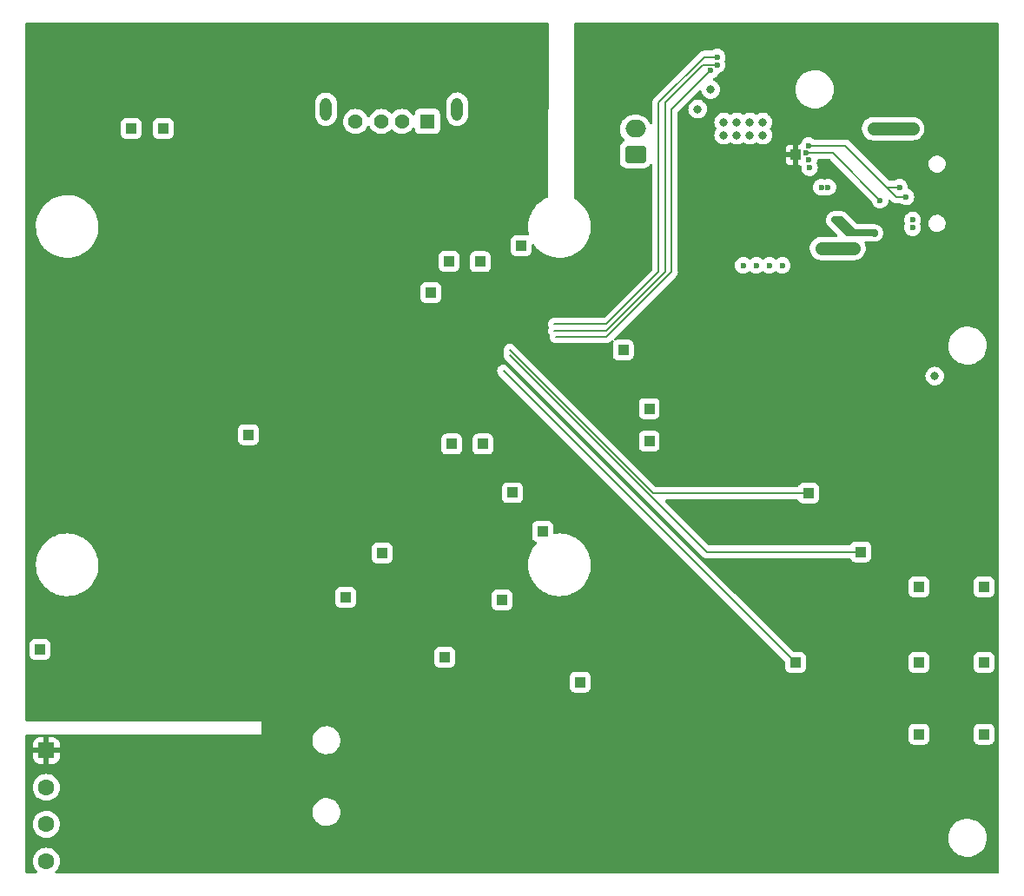
<source format=gbr>
%TF.GenerationSoftware,KiCad,Pcbnew,(6.0.0)*%
%TF.CreationDate,2022-05-01T17:17:02+01:00*%
%TF.ProjectId,CM4Carrier,434d3443-6172-4726-9965-722e6b696361,indev*%
%TF.SameCoordinates,Original*%
%TF.FileFunction,Copper,L2,Inr*%
%TF.FilePolarity,Positive*%
%FSLAX46Y46*%
G04 Gerber Fmt 4.6, Leading zero omitted, Abs format (unit mm)*
G04 Created by KiCad (PCBNEW (6.0.0)) date 2022-05-01 17:17:02*
%MOMM*%
%LPD*%
G01*
G04 APERTURE LIST*
G04 Aperture macros list*
%AMRoundRect*
0 Rectangle with rounded corners*
0 $1 Rounding radius*
0 $2 $3 $4 $5 $6 $7 $8 $9 X,Y pos of 4 corners*
0 Add a 4 corners polygon primitive as box body*
4,1,4,$2,$3,$4,$5,$6,$7,$8,$9,$2,$3,0*
0 Add four circle primitives for the rounded corners*
1,1,$1+$1,$2,$3*
1,1,$1+$1,$4,$5*
1,1,$1+$1,$6,$7*
1,1,$1+$1,$8,$9*
0 Add four rect primitives between the rounded corners*
20,1,$1+$1,$2,$3,$4,$5,0*
20,1,$1+$1,$4,$5,$6,$7,0*
20,1,$1+$1,$6,$7,$8,$9,0*
20,1,$1+$1,$8,$9,$2,$3,0*%
G04 Aperture macros list end*
%TA.AperFunction,ComponentPad*%
%ADD10R,1.000000X1.000000*%
%TD*%
%TA.AperFunction,ComponentPad*%
%ADD11C,1.428000*%
%TD*%
%TA.AperFunction,ComponentPad*%
%ADD12R,1.428000X1.428000*%
%TD*%
%TA.AperFunction,ComponentPad*%
%ADD13O,1.108000X2.216000*%
%TD*%
%TA.AperFunction,ComponentPad*%
%ADD14RoundRect,0.250000X-0.550000X0.550000X-0.550000X-0.550000X0.550000X-0.550000X0.550000X0.550000X0*%
%TD*%
%TA.AperFunction,ComponentPad*%
%ADD15C,1.600000*%
%TD*%
%TA.AperFunction,ComponentPad*%
%ADD16RoundRect,0.250000X0.750000X-0.600000X0.750000X0.600000X-0.750000X0.600000X-0.750000X-0.600000X0*%
%TD*%
%TA.AperFunction,ComponentPad*%
%ADD17O,2.000000X1.700000*%
%TD*%
%TA.AperFunction,ViaPad*%
%ADD18C,0.800000*%
%TD*%
%TA.AperFunction,ViaPad*%
%ADD19C,0.600000*%
%TD*%
%TA.AperFunction,Conductor*%
%ADD20C,1.270000*%
%TD*%
%TA.AperFunction,Conductor*%
%ADD21C,0.635000*%
%TD*%
%TA.AperFunction,Conductor*%
%ADD22C,0.200000*%
%TD*%
G04 APERTURE END LIST*
D10*
%TO.N,/Buttons/SHOULDERL2*%
%TO.C,TP27*%
X152790000Y-80279999D03*
%TD*%
%TO.N,Net-(J2-Pad4)*%
%TO.C,TP21*%
X147980000Y-83290000D03*
%TD*%
%TO.N,Net-(J2-Pad2)*%
%TO.C,TP20*%
X156790000Y-78740000D03*
%TD*%
%TO.N,/bi4*%
%TO.C,TP6*%
X149740000Y-80240000D03*
%TD*%
%TO.N,/3v3*%
%TO.C,TP2*%
X183570000Y-69880000D03*
%TD*%
D11*
%TO.N,GND*%
%TO.C,J3*%
X140645000Y-66605000D03*
D12*
%TO.N,Net-(F1-Pad1)*%
X147645000Y-66605000D03*
D11*
%TO.N,/IO B/D+*%
X143145000Y-66605000D03*
%TO.N,/IO B/D-*%
X145145000Y-66605000D03*
D13*
%TO.N,GND*%
X137745000Y-65405000D03*
X150545000Y-65405000D03*
%TD*%
D14*
%TO.N,/3v3*%
%TO.C,J2*%
X110490000Y-127949999D03*
D15*
%TO.N,Net-(J2-Pad2)*%
X110490000Y-131549999D03*
%TO.N,GND*%
X110490000Y-135149999D03*
%TO.N,Net-(J2-Pad4)*%
X110490000Y-138749999D03*
%TD*%
D10*
%TO.N,/Buttons/SHOULDERR*%
%TO.C,TP26*%
X155919999Y-102815000D03*
%TD*%
%TO.N,/_5v*%
%TO.C,TP5*%
X166740000Y-88900000D03*
%TD*%
%TO.N,/bi0*%
%TO.C,TP7*%
X143256000Y-108712000D03*
%TD*%
%TO.N,/bi6*%
%TO.C,TP18*%
X154940000Y-113284000D03*
%TD*%
%TO.N,/bi1*%
%TO.C,TP10*%
X162560000Y-121285000D03*
%TD*%
%TO.N,/bi9*%
%TO.C,TP23*%
X189865000Y-108585000D03*
%TD*%
%TO.N,/bi3*%
%TO.C,TP9*%
X109855000Y-118110000D03*
%TD*%
%TO.N,Net-(R12-Pad2)*%
%TO.C,TP4*%
X169275000Y-94615000D03*
%TD*%
%TO.N,/Buttons/SHOULDERL2*%
%TO.C,TP27*%
X150019999Y-98065000D03*
%TD*%
%TO.N,Net-(Module1-Pad95)*%
%TO.C,TP1*%
X118745000Y-67310000D03*
%TD*%
%TO.N,/bi8*%
%TO.C,TP19*%
X183515000Y-119380000D03*
%TD*%
%TO.N,Net-(R11-Pad2)*%
%TO.C,TP3*%
X169275000Y-97790000D03*
%TD*%
%TO.N,/Buttons/SHOULDERR2*%
%TO.C,TP28*%
X158869999Y-106585000D03*
%TD*%
%TO.N,/bi2*%
%TO.C,TP8*%
X130175000Y-97155000D03*
%TD*%
%TO.N,/Buttons/SHOULDERL*%
%TO.C,TP25*%
X153069999Y-98065000D03*
%TD*%
%TO.N,/Buttons/GLOBAL-EN*%
%TO.C,TP24*%
X121920000Y-67310000D03*
%TD*%
%TO.N,/bi5*%
%TO.C,TP11*%
X139700000Y-113030000D03*
%TD*%
%TO.N,/bi7*%
%TO.C,TP22*%
X184785000Y-102870000D03*
%TD*%
%TO.N,Net-(TP14-Pad1)*%
%TO.C,TP14*%
X201930000Y-119380000D03*
%TD*%
%TO.N,Net-(TP12-Pad1)*%
%TO.C,TP12*%
X195580000Y-119380000D03*
%TD*%
%TO.N,Net-(TP13-Pad1)*%
%TO.C,TP13*%
X195580000Y-126365000D03*
%TD*%
%TO.N,Net-(TP15-Pad1)*%
%TO.C,TP15*%
X201930000Y-126365000D03*
%TD*%
%TO.N,Net-(TP16-Pad1)*%
%TO.C,TP16*%
X195580000Y-112014000D03*
%TD*%
%TO.N,/Buttons/SHOULDERR2*%
%TO.C,TP28*%
X149352000Y-118872000D03*
%TD*%
D16*
%TO.N,/Battery/BATT__*%
%TO.C,BT1*%
X167915000Y-69830000D03*
D17*
%TO.N,Net-(BT1-Pad2)*%
X167915000Y-67330000D03*
%TD*%
D10*
%TO.N,Net-(TP17-Pad1)*%
%TO.C,TP17*%
X201930000Y-112014001D03*
%TD*%
D18*
%TO.N,GND*%
X180340000Y-67945000D03*
D19*
%TO.N,Net-(C4-Pad2)*%
X187325000Y-76200000D03*
X190500000Y-77470000D03*
%TO.N,Net-(C4-Pad1)*%
X194945000Y-76962000D03*
%TO.N,GND*%
X191135000Y-67310000D03*
X194945002Y-67310000D03*
D18*
X176530000Y-66675000D03*
D19*
%TO.N,Net-(C4-Pad2)*%
X191272789Y-77503210D03*
%TO.N,GND*%
X189230000Y-78994000D03*
D18*
X177800000Y-66675000D03*
X180340000Y-66675000D03*
D19*
X186944000Y-78994000D03*
X187706000Y-78994000D03*
X193675000Y-67310000D03*
X188468000Y-78994000D03*
D18*
X177800000Y-67945000D03*
X179070000Y-67945000D03*
D19*
%TO.N,Net-(C4-Pad1)*%
X186690000Y-73025000D03*
%TO.N,GND*%
X186055000Y-78994000D03*
%TO.N,Net-(C4-Pad2)*%
X187960000Y-76200000D03*
%TO.N,GND*%
X192405000Y-67310000D03*
%TO.N,Net-(C4-Pad1)*%
X186055000Y-73025000D03*
X194945000Y-76200000D03*
D18*
%TO.N,GND*%
X176530000Y-67945000D03*
X179070000Y-66675000D03*
%TO.N,Net-(C17-Pad1)*%
X197104000Y-91440000D03*
D19*
%TO.N,/Battery/CHRG-CC2*%
X184900025Y-71119998D03*
%TO.N,/Battery/ALRT*%
X175255427Y-61628803D03*
%TO.N,/IO/I2C_SDA*%
X175895000Y-61076903D03*
%TO.N,/3v3*%
X187325000Y-118110000D03*
%TO.N,/Battery/CHRG-D+*%
X191770000Y-74295000D03*
X184544248Y-69670710D03*
%TO.N,/Battery/CHRG-D-*%
X194289849Y-73971122D03*
%TO.N,/Battery/CHRG-CC1*%
X184812219Y-70373240D03*
%TO.N,/Battery/CHRG-D-*%
X193674998Y-73025001D03*
%TO.N,/IO/I2C_SCLK*%
X175895000Y-60325000D03*
%TO.N,/Battery/CHRG-D-*%
X184818842Y-68970742D03*
%TO.N,/3v3*%
X172720000Y-128270000D03*
%TO.N,/Battery/BATT__*%
X179705000Y-80645000D03*
X182245000Y-80645000D03*
X180975000Y-80645000D03*
%TO.N,/3v3*%
X179705000Y-125730000D03*
X169164000Y-106680000D03*
D18*
%TO.N,Net-(BT1-Pad2)*%
X173990000Y-65405000D03*
D19*
%TO.N,/Battery/BATT__*%
X178435000Y-80645000D03*
D18*
%TO.N,Net-(BT1-Pad2)*%
X175260000Y-63500000D03*
D19*
%TO.N,/3v3*%
X178435000Y-106680000D03*
%TD*%
D20*
%TO.N,GND*%
X192405000Y-67310000D02*
X191135000Y-67310000D01*
X188468000Y-78994000D02*
X189230000Y-78994000D01*
X194945002Y-67310000D02*
X193675000Y-67310000D01*
X193675000Y-67310000D02*
X192405000Y-67310000D01*
X186944000Y-78994000D02*
X186055000Y-78994000D01*
X186944000Y-78994000D02*
X187706000Y-78994000D01*
X188468000Y-78994000D02*
X187706000Y-78994000D01*
D21*
%TO.N,Net-(C4-Pad2)*%
X187960000Y-76200000D02*
X189230000Y-77470000D01*
X188595000Y-77470000D02*
X189230000Y-77470000D01*
X191239579Y-77470000D02*
X191272789Y-77503210D01*
X189230000Y-77470000D02*
X191239579Y-77470000D01*
X187325000Y-76200000D02*
X188595000Y-77470000D01*
X187960000Y-76200000D02*
X187325000Y-76200000D01*
D22*
%TO.N,/bi7*%
X169641500Y-102870000D02*
X155671500Y-88900000D01*
X184785000Y-102870000D02*
X169641500Y-102870000D01*
%TO.N,/bi8*%
X183515000Y-119380000D02*
X155056911Y-90921911D01*
%TO.N,/bi9*%
X174858822Y-108585000D02*
X155691911Y-89418089D01*
X189865000Y-108585000D02*
X174858822Y-108585000D01*
%TO.N,/Battery/CHRG-D-*%
X188350740Y-68970742D02*
X184818842Y-68970742D01*
X193674998Y-73025001D02*
X192404999Y-73025001D01*
X193351120Y-73971122D02*
X194289849Y-73971122D01*
X192404999Y-73025001D02*
X193351120Y-73971122D01*
X192404999Y-73025001D02*
X188350740Y-68970742D01*
%TO.N,/Battery/CHRG-D+*%
X187145710Y-69670710D02*
X184544248Y-69670710D01*
%TO.N,/Battery/ALRT*%
X171450000Y-81280000D02*
X171450000Y-65405000D01*
X171450000Y-65405000D02*
X175226197Y-61628803D01*
%TO.N,/Battery/CHRG-D+*%
X191770000Y-74295000D02*
X187145710Y-69670710D01*
%TO.N,/Battery/ALRT*%
X165100000Y-87630000D02*
X171450000Y-81280000D01*
X175226197Y-61628803D02*
X175255427Y-61628803D01*
X160157323Y-87630000D02*
X165100000Y-87630000D01*
%TO.N,/IO/I2C_SCLK*%
X174625000Y-60325000D02*
X170180000Y-64770000D01*
X165100000Y-86360000D02*
X160020000Y-86360000D01*
%TO.N,/IO/I2C_SDA*%
X170815000Y-64770000D02*
X170815000Y-81280000D01*
X175895000Y-61076903D02*
X174508097Y-61076903D01*
X165100000Y-86995000D02*
X160020000Y-86995000D01*
%TO.N,/IO/I2C_SCLK*%
X170180000Y-64770000D02*
X170180000Y-81280000D01*
%TO.N,/IO/I2C_SDA*%
X170815000Y-81280000D02*
X165100000Y-86995000D01*
%TO.N,/IO/I2C_SCLK*%
X175895000Y-60325000D02*
X174625000Y-60325000D01*
%TO.N,/IO/I2C_SDA*%
X174508097Y-61076903D02*
X170815000Y-64770000D01*
%TO.N,/IO/I2C_SCLK*%
X170180000Y-81280000D02*
X165100000Y-86360000D01*
%TD*%
%TA.AperFunction,Conductor*%
%TO.N,/3v3*%
G36*
X159377762Y-56957132D02*
G01*
X159445870Y-56977165D01*
X159492338Y-57030842D01*
X159503697Y-57084000D01*
X159387509Y-73931144D01*
X159367039Y-73999123D01*
X159310238Y-74046470D01*
X159185564Y-74098750D01*
X159052160Y-74173460D01*
X158929922Y-74241917D01*
X158883290Y-74268032D01*
X158602122Y-74470444D01*
X158599471Y-74472852D01*
X158599466Y-74472856D01*
X158393091Y-74660314D01*
X158345675Y-74703384D01*
X158117247Y-74963857D01*
X157919772Y-75248515D01*
X157755792Y-75553697D01*
X157627413Y-75875481D01*
X157536287Y-76209729D01*
X157525253Y-76281416D01*
X157491118Y-76503198D01*
X157483584Y-76552145D01*
X157482508Y-76579525D01*
X157470957Y-76873520D01*
X157469982Y-76898326D01*
X157495657Y-77243821D01*
X157560278Y-77584188D01*
X157561338Y-77587603D01*
X157561574Y-77588548D01*
X157558645Y-77659484D01*
X157517830Y-77717576D01*
X157452088Y-77744380D01*
X157410172Y-77741612D01*
X157407708Y-77741026D01*
X157400316Y-77738255D01*
X157392466Y-77737402D01*
X157392465Y-77737402D01*
X157341531Y-77731869D01*
X157338134Y-77731500D01*
X156241866Y-77731500D01*
X156179684Y-77738255D01*
X156043295Y-77789385D01*
X155926739Y-77876739D01*
X155839385Y-77993295D01*
X155788255Y-78129684D01*
X155781500Y-78191866D01*
X155781500Y-79288134D01*
X155788255Y-79350316D01*
X155839385Y-79486705D01*
X155926739Y-79603261D01*
X156043295Y-79690615D01*
X156179684Y-79741745D01*
X156241866Y-79748500D01*
X157338134Y-79748500D01*
X157400316Y-79741745D01*
X157536705Y-79690615D01*
X157653261Y-79603261D01*
X157740615Y-79486705D01*
X157791745Y-79350316D01*
X157798500Y-79288134D01*
X157798500Y-78671615D01*
X157818502Y-78603494D01*
X157872158Y-78557001D01*
X157942432Y-78546897D01*
X158007012Y-78576391D01*
X158025458Y-78596226D01*
X158074928Y-78662474D01*
X158184364Y-78809027D01*
X158186808Y-78811625D01*
X158186813Y-78811631D01*
X158240116Y-78868293D01*
X158421744Y-79061369D01*
X158455328Y-79089800D01*
X158681216Y-79281028D01*
X158686164Y-79285217D01*
X158689128Y-79287197D01*
X158689130Y-79287199D01*
X158893450Y-79423721D01*
X158974225Y-79477693D01*
X158977407Y-79479332D01*
X158977409Y-79479333D01*
X159279040Y-79634684D01*
X159279045Y-79634686D01*
X159282223Y-79636323D01*
X159285564Y-79637589D01*
X159285569Y-79637591D01*
X159433844Y-79693767D01*
X159606199Y-79759066D01*
X159609663Y-79759946D01*
X159609667Y-79759947D01*
X159938519Y-79843465D01*
X159938527Y-79843467D01*
X159941986Y-79844345D01*
X160110779Y-79867317D01*
X160282277Y-79890657D01*
X160282284Y-79890658D01*
X160285270Y-79891064D01*
X160398174Y-79895500D01*
X160612754Y-79895500D01*
X160751975Y-79887594D01*
X160867322Y-79881045D01*
X160867329Y-79881044D01*
X160870890Y-79880842D01*
X161212334Y-79822171D01*
X161215766Y-79821171D01*
X161215769Y-79821170D01*
X161541497Y-79726229D01*
X161541500Y-79726228D01*
X161544941Y-79725225D01*
X161548241Y-79723841D01*
X161548250Y-79723838D01*
X161772781Y-79629684D01*
X161864436Y-79591250D01*
X162166710Y-79421968D01*
X162447878Y-79219556D01*
X162450529Y-79217148D01*
X162450534Y-79217144D01*
X162701675Y-78989023D01*
X162704325Y-78986616D01*
X162932753Y-78726143D01*
X163130228Y-78441485D01*
X163294208Y-78136303D01*
X163301697Y-78117533D01*
X163347908Y-78001703D01*
X163422587Y-77814519D01*
X163513713Y-77480271D01*
X163539752Y-77311094D01*
X163565874Y-77141378D01*
X163565874Y-77141374D01*
X163566416Y-77137855D01*
X163573480Y-76958062D01*
X163579878Y-76795244D01*
X163579878Y-76795239D01*
X163580018Y-76791674D01*
X163560410Y-76527824D01*
X163554608Y-76449741D01*
X163554607Y-76449736D01*
X163554343Y-76446179D01*
X163489722Y-76105812D01*
X163483945Y-76087205D01*
X163419190Y-75878661D01*
X163386986Y-75774947D01*
X163380055Y-75759195D01*
X163248899Y-75461121D01*
X163248897Y-75461116D01*
X163247455Y-75457840D01*
X163072924Y-75158566D01*
X162865636Y-74880973D01*
X162863192Y-74878375D01*
X162863187Y-74878369D01*
X162746946Y-74754802D01*
X162628256Y-74628631D01*
X162480941Y-74503920D01*
X162366558Y-74407087D01*
X162366554Y-74407084D01*
X162363836Y-74404783D01*
X162307823Y-74367356D01*
X162279390Y-74348358D01*
X162075775Y-74212307D01*
X162072591Y-74210667D01*
X162072586Y-74210664D01*
X161993308Y-74169833D01*
X161941906Y-74120860D01*
X161925000Y-74057817D01*
X161925000Y-57084386D01*
X161945002Y-57016265D01*
X161998658Y-56969772D01*
X162051057Y-56958386D01*
X194524567Y-56973624D01*
X203216059Y-56977703D01*
X203284170Y-56997737D01*
X203330638Y-57051414D01*
X203342000Y-57103703D01*
X203342000Y-139835703D01*
X203321998Y-139903824D01*
X203268342Y-139950317D01*
X203215942Y-139961703D01*
X111475972Y-139918655D01*
X111407862Y-139898621D01*
X111361394Y-139844944D01*
X111351323Y-139774665D01*
X111380846Y-139710098D01*
X111386937Y-139703560D01*
X111496198Y-139594299D01*
X111627523Y-139406748D01*
X111629846Y-139401766D01*
X111629849Y-139401761D01*
X111721961Y-139204224D01*
X111721961Y-139204223D01*
X111724284Y-139199242D01*
X111783543Y-138978086D01*
X111803498Y-138749999D01*
X111783543Y-138521912D01*
X111782119Y-138516597D01*
X111725707Y-138306066D01*
X111725706Y-138306064D01*
X111724284Y-138300756D01*
X111710361Y-138270898D01*
X111629849Y-138098237D01*
X111629846Y-138098232D01*
X111627523Y-138093250D01*
X111554098Y-137988388D01*
X111499357Y-137910210D01*
X111499355Y-137910207D01*
X111496198Y-137905699D01*
X111334300Y-137743801D01*
X111329792Y-137740644D01*
X111329789Y-137740642D01*
X111216192Y-137661101D01*
X111146749Y-137612476D01*
X111141767Y-137610153D01*
X111141762Y-137610150D01*
X110944225Y-137518038D01*
X110944224Y-137518038D01*
X110939243Y-137515715D01*
X110933935Y-137514293D01*
X110933933Y-137514292D01*
X110723402Y-137457880D01*
X110723400Y-137457880D01*
X110718087Y-137456456D01*
X110490000Y-137436501D01*
X110261913Y-137456456D01*
X110256600Y-137457880D01*
X110256598Y-137457880D01*
X110046067Y-137514292D01*
X110046065Y-137514293D01*
X110040757Y-137515715D01*
X110035776Y-137518038D01*
X110035775Y-137518038D01*
X109838238Y-137610150D01*
X109838233Y-137610153D01*
X109833251Y-137612476D01*
X109763808Y-137661101D01*
X109650211Y-137740642D01*
X109650208Y-137740644D01*
X109645700Y-137743801D01*
X109483802Y-137905699D01*
X109480645Y-137910207D01*
X109480643Y-137910210D01*
X109425902Y-137988388D01*
X109352477Y-138093250D01*
X109350154Y-138098232D01*
X109350151Y-138098237D01*
X109269639Y-138270898D01*
X109255716Y-138300756D01*
X109254294Y-138306064D01*
X109254293Y-138306066D01*
X109197881Y-138516597D01*
X109196457Y-138521912D01*
X109176502Y-138749999D01*
X109196457Y-138978086D01*
X109255716Y-139199242D01*
X109258039Y-139204223D01*
X109258039Y-139204224D01*
X109350151Y-139401761D01*
X109350154Y-139401766D01*
X109352477Y-139406748D01*
X109483802Y-139594299D01*
X109592136Y-139702633D01*
X109626162Y-139764945D01*
X109621097Y-139835760D01*
X109578550Y-139892596D01*
X109512030Y-139917407D01*
X109502982Y-139917728D01*
X108583941Y-139917297D01*
X108515830Y-139897263D01*
X108469362Y-139843586D01*
X108458000Y-139791297D01*
X108458000Y-136504277D01*
X198434009Y-136504277D01*
X198459625Y-136772769D01*
X198460710Y-136777203D01*
X198460711Y-136777209D01*
X198522645Y-137030312D01*
X198523731Y-137034750D01*
X198624985Y-137284733D01*
X198761265Y-137517482D01*
X198873377Y-137657671D01*
X198881686Y-137668060D01*
X198929716Y-137728119D01*
X199126809Y-137912234D01*
X199348416Y-138065968D01*
X199352499Y-138067999D01*
X199352502Y-138068001D01*
X199468013Y-138125466D01*
X199589894Y-138186101D01*
X199594228Y-138187522D01*
X199594231Y-138187523D01*
X199841853Y-138268698D01*
X199841859Y-138268699D01*
X199846186Y-138270118D01*
X199850677Y-138270898D01*
X199850678Y-138270898D01*
X200108140Y-138315601D01*
X200108148Y-138315602D01*
X200111921Y-138316257D01*
X200115758Y-138316448D01*
X200195578Y-138320422D01*
X200195586Y-138320422D01*
X200197149Y-138320500D01*
X200365512Y-138320500D01*
X200367780Y-138320335D01*
X200367792Y-138320335D01*
X200498884Y-138310823D01*
X200566004Y-138305953D01*
X200570459Y-138304969D01*
X200570462Y-138304969D01*
X200824912Y-138248791D01*
X200824916Y-138248790D01*
X200829372Y-138247806D01*
X200955480Y-138200028D01*
X201077318Y-138153868D01*
X201077321Y-138153867D01*
X201081588Y-138152250D01*
X201317368Y-138021286D01*
X201531773Y-137857657D01*
X201720312Y-137664792D01*
X201879034Y-137446730D01*
X201962190Y-137288676D01*
X202002490Y-137212079D01*
X202002493Y-137212073D01*
X202004615Y-137208039D01*
X202067378Y-137030312D01*
X202092902Y-136958033D01*
X202092902Y-136958032D01*
X202094425Y-136953720D01*
X202146581Y-136689100D01*
X202155782Y-136504277D01*
X202159764Y-136424292D01*
X202159764Y-136424286D01*
X202159991Y-136419723D01*
X202134375Y-136151231D01*
X202094871Y-135989788D01*
X202071355Y-135893688D01*
X202070269Y-135889250D01*
X201969015Y-135639267D01*
X201832735Y-135406518D01*
X201714928Y-135259208D01*
X201667136Y-135199447D01*
X201667135Y-135199445D01*
X201664284Y-135195881D01*
X201467191Y-135011766D01*
X201245584Y-134858032D01*
X201241501Y-134856001D01*
X201241498Y-134855999D01*
X201076606Y-134773967D01*
X201004106Y-134737899D01*
X200999772Y-134736478D01*
X200999769Y-134736477D01*
X200752147Y-134655302D01*
X200752141Y-134655301D01*
X200747814Y-134653882D01*
X200743322Y-134653102D01*
X200485860Y-134608399D01*
X200485852Y-134608398D01*
X200482079Y-134607743D01*
X200470817Y-134607182D01*
X200398422Y-134603578D01*
X200398414Y-134603578D01*
X200396851Y-134603500D01*
X200228488Y-134603500D01*
X200226220Y-134603665D01*
X200226208Y-134603665D01*
X200095116Y-134613177D01*
X200027996Y-134618047D01*
X200023541Y-134619031D01*
X200023538Y-134619031D01*
X199769088Y-134675209D01*
X199769084Y-134675210D01*
X199764628Y-134676194D01*
X199699798Y-134700756D01*
X199516682Y-134770132D01*
X199516679Y-134770133D01*
X199512412Y-134771750D01*
X199276632Y-134902714D01*
X199062227Y-135066343D01*
X198873688Y-135259208D01*
X198714966Y-135477270D01*
X198712844Y-135481304D01*
X198591510Y-135711921D01*
X198591507Y-135711927D01*
X198589385Y-135715961D01*
X198587865Y-135720266D01*
X198587863Y-135720270D01*
X198501098Y-135965967D01*
X198499575Y-135970280D01*
X198498692Y-135974762D01*
X198462309Y-136159356D01*
X198447419Y-136234900D01*
X198447192Y-136239453D01*
X198447192Y-136239456D01*
X198437009Y-136444021D01*
X198434009Y-136504277D01*
X108458000Y-136504277D01*
X108458000Y-135149999D01*
X109176502Y-135149999D01*
X109196457Y-135378086D01*
X109197881Y-135383399D01*
X109197881Y-135383401D01*
X109203120Y-135402951D01*
X109255716Y-135599242D01*
X109258039Y-135604223D01*
X109258039Y-135604224D01*
X109350151Y-135801761D01*
X109350154Y-135801766D01*
X109352477Y-135806748D01*
X109355634Y-135811256D01*
X109466984Y-135970280D01*
X109483802Y-135994299D01*
X109645700Y-136156197D01*
X109650208Y-136159354D01*
X109650211Y-136159356D01*
X109728389Y-136214097D01*
X109833251Y-136287522D01*
X109838233Y-136289845D01*
X109838238Y-136289848D01*
X110035775Y-136381960D01*
X110040757Y-136384283D01*
X110046065Y-136385705D01*
X110046067Y-136385706D01*
X110256598Y-136442118D01*
X110256600Y-136442118D01*
X110261913Y-136443542D01*
X110490000Y-136463497D01*
X110718087Y-136443542D01*
X110723400Y-136442118D01*
X110723402Y-136442118D01*
X110933933Y-136385706D01*
X110933935Y-136385705D01*
X110939243Y-136384283D01*
X110944225Y-136381960D01*
X111141762Y-136289848D01*
X111141767Y-136289845D01*
X111146749Y-136287522D01*
X111251611Y-136214097D01*
X111329789Y-136159356D01*
X111329792Y-136159354D01*
X111334300Y-136156197D01*
X111496198Y-135994299D01*
X111513017Y-135970280D01*
X111624366Y-135811256D01*
X111627523Y-135806748D01*
X111629846Y-135801766D01*
X111629849Y-135801761D01*
X111721961Y-135604224D01*
X111721961Y-135604223D01*
X111724284Y-135599242D01*
X111776881Y-135402951D01*
X111782119Y-135383401D01*
X111782119Y-135383399D01*
X111783543Y-135378086D01*
X111803498Y-135149999D01*
X111783543Y-134921912D01*
X111743307Y-134771750D01*
X111725707Y-134706066D01*
X111725706Y-134706064D01*
X111724284Y-134700756D01*
X111712371Y-134675209D01*
X111629849Y-134498237D01*
X111629846Y-134498232D01*
X111627523Y-134493250D01*
X111496198Y-134305699D01*
X111334300Y-134143801D01*
X111329792Y-134140644D01*
X111329789Y-134140642D01*
X111251611Y-134085901D01*
X111146749Y-134012476D01*
X111141767Y-134010153D01*
X111141762Y-134010150D01*
X110944225Y-133918038D01*
X110944224Y-133918038D01*
X110939243Y-133915715D01*
X110933935Y-133914293D01*
X110933933Y-133914292D01*
X110808843Y-133880774D01*
X136433102Y-133880774D01*
X136441751Y-134111158D01*
X136489093Y-134336791D01*
X136491051Y-134341750D01*
X136491052Y-134341752D01*
X136549102Y-134488742D01*
X136573776Y-134551221D01*
X136576543Y-134555780D01*
X136576544Y-134555783D01*
X136614127Y-134617717D01*
X136693377Y-134748317D01*
X136696874Y-134752347D01*
X136829761Y-134905486D01*
X136844477Y-134922445D01*
X136886030Y-134956516D01*
X137018627Y-135065240D01*
X137018633Y-135065244D01*
X137022755Y-135068624D01*
X137027391Y-135071263D01*
X137027394Y-135071265D01*
X137136422Y-135133327D01*
X137223114Y-135182675D01*
X137439825Y-135261337D01*
X137445074Y-135262286D01*
X137445077Y-135262287D01*
X137662608Y-135301623D01*
X137662615Y-135301624D01*
X137666692Y-135302361D01*
X137684414Y-135303197D01*
X137689356Y-135303430D01*
X137689363Y-135303430D01*
X137690844Y-135303500D01*
X137852890Y-135303500D01*
X137919809Y-135297822D01*
X138019409Y-135289371D01*
X138019413Y-135289370D01*
X138024720Y-135288920D01*
X138029875Y-135287582D01*
X138029881Y-135287581D01*
X138242703Y-135232343D01*
X138242707Y-135232342D01*
X138247872Y-135231001D01*
X138252738Y-135228809D01*
X138252741Y-135228808D01*
X138453202Y-135138507D01*
X138458075Y-135136312D01*
X138649319Y-135007559D01*
X138816135Y-134848424D01*
X138953754Y-134663458D01*
X138959020Y-134653102D01*
X139013342Y-134546256D01*
X139058240Y-134457949D01*
X139094321Y-134341752D01*
X139125024Y-134242871D01*
X139126607Y-134237773D01*
X139139062Y-134143801D01*
X139156198Y-134014511D01*
X139156198Y-134014506D01*
X139156898Y-134009226D01*
X139148249Y-133778842D01*
X139100907Y-133553209D01*
X139016224Y-133338779D01*
X138896623Y-133141683D01*
X138809755Y-133041576D01*
X138749023Y-132971588D01*
X138749021Y-132971586D01*
X138745523Y-132967555D01*
X138703970Y-132933484D01*
X138571373Y-132824760D01*
X138571367Y-132824756D01*
X138567245Y-132821376D01*
X138562609Y-132818737D01*
X138562606Y-132818735D01*
X138371529Y-132709968D01*
X138366886Y-132707325D01*
X138150175Y-132628663D01*
X138144926Y-132627714D01*
X138144923Y-132627713D01*
X137927392Y-132588377D01*
X137927385Y-132588376D01*
X137923308Y-132587639D01*
X137905586Y-132586803D01*
X137900644Y-132586570D01*
X137900637Y-132586570D01*
X137899156Y-132586500D01*
X137737110Y-132586500D01*
X137670191Y-132592178D01*
X137570591Y-132600629D01*
X137570587Y-132600630D01*
X137565280Y-132601080D01*
X137560125Y-132602418D01*
X137560119Y-132602419D01*
X137347297Y-132657657D01*
X137347293Y-132657658D01*
X137342128Y-132658999D01*
X137337262Y-132661191D01*
X137337259Y-132661192D01*
X137228980Y-132709968D01*
X137131925Y-132753688D01*
X136940681Y-132882441D01*
X136773865Y-133041576D01*
X136636246Y-133226542D01*
X136531760Y-133432051D01*
X136530178Y-133437145D01*
X136530177Y-133437148D01*
X136468115Y-133637020D01*
X136463393Y-133652227D01*
X136462692Y-133657516D01*
X136436389Y-133855977D01*
X136433102Y-133880774D01*
X110808843Y-133880774D01*
X110723402Y-133857880D01*
X110723400Y-133857880D01*
X110718087Y-133856456D01*
X110490000Y-133836501D01*
X110261913Y-133856456D01*
X110256600Y-133857880D01*
X110256598Y-133857880D01*
X110046067Y-133914292D01*
X110046065Y-133914293D01*
X110040757Y-133915715D01*
X110035776Y-133918038D01*
X110035775Y-133918038D01*
X109838238Y-134010150D01*
X109838233Y-134010153D01*
X109833251Y-134012476D01*
X109728389Y-134085901D01*
X109650211Y-134140642D01*
X109650208Y-134140644D01*
X109645700Y-134143801D01*
X109483802Y-134305699D01*
X109352477Y-134493250D01*
X109350154Y-134498232D01*
X109350151Y-134498237D01*
X109267629Y-134675209D01*
X109255716Y-134700756D01*
X109254294Y-134706064D01*
X109254293Y-134706066D01*
X109236693Y-134771750D01*
X109196457Y-134921912D01*
X109176502Y-135149999D01*
X108458000Y-135149999D01*
X108458000Y-131549999D01*
X109176502Y-131549999D01*
X109196457Y-131778086D01*
X109255716Y-131999242D01*
X109258039Y-132004223D01*
X109258039Y-132004224D01*
X109350151Y-132201761D01*
X109350154Y-132201766D01*
X109352477Y-132206748D01*
X109483802Y-132394299D01*
X109645700Y-132556197D01*
X109650208Y-132559354D01*
X109650211Y-132559356D01*
X109709155Y-132600629D01*
X109833251Y-132687522D01*
X109838233Y-132689845D01*
X109838238Y-132689848D01*
X110035775Y-132781960D01*
X110040757Y-132784283D01*
X110046065Y-132785705D01*
X110046067Y-132785706D01*
X110256598Y-132842118D01*
X110256600Y-132842118D01*
X110261913Y-132843542D01*
X110490000Y-132863497D01*
X110718087Y-132843542D01*
X110723400Y-132842118D01*
X110723402Y-132842118D01*
X110933933Y-132785706D01*
X110933935Y-132785705D01*
X110939243Y-132784283D01*
X110944225Y-132781960D01*
X111141762Y-132689848D01*
X111141767Y-132689845D01*
X111146749Y-132687522D01*
X111270845Y-132600629D01*
X111329789Y-132559356D01*
X111329792Y-132559354D01*
X111334300Y-132556197D01*
X111496198Y-132394299D01*
X111627523Y-132206748D01*
X111629846Y-132201766D01*
X111629849Y-132201761D01*
X111721961Y-132004224D01*
X111721961Y-132004223D01*
X111724284Y-131999242D01*
X111783543Y-131778086D01*
X111803498Y-131549999D01*
X111783543Y-131321912D01*
X111724284Y-131100756D01*
X111721961Y-131095774D01*
X111629849Y-130898237D01*
X111629846Y-130898232D01*
X111627523Y-130893250D01*
X111496198Y-130705699D01*
X111334300Y-130543801D01*
X111329792Y-130540644D01*
X111329789Y-130540642D01*
X111251611Y-130485901D01*
X111146749Y-130412476D01*
X111141767Y-130410153D01*
X111141762Y-130410150D01*
X110944225Y-130318038D01*
X110944224Y-130318038D01*
X110939243Y-130315715D01*
X110933935Y-130314293D01*
X110933933Y-130314292D01*
X110723402Y-130257880D01*
X110723400Y-130257880D01*
X110718087Y-130256456D01*
X110490000Y-130236501D01*
X110261913Y-130256456D01*
X110256600Y-130257880D01*
X110256598Y-130257880D01*
X110046067Y-130314292D01*
X110046065Y-130314293D01*
X110040757Y-130315715D01*
X110035776Y-130318038D01*
X110035775Y-130318038D01*
X109838238Y-130410150D01*
X109838233Y-130410153D01*
X109833251Y-130412476D01*
X109728389Y-130485901D01*
X109650211Y-130540642D01*
X109650208Y-130540644D01*
X109645700Y-130543801D01*
X109483802Y-130705699D01*
X109352477Y-130893250D01*
X109350154Y-130898232D01*
X109350151Y-130898237D01*
X109258039Y-131095774D01*
X109255716Y-131100756D01*
X109196457Y-131321912D01*
X109176502Y-131549999D01*
X108458000Y-131549999D01*
X108458000Y-128547094D01*
X109182001Y-128547094D01*
X109182338Y-128553613D01*
X109192257Y-128649205D01*
X109195149Y-128662599D01*
X109246588Y-128816783D01*
X109252761Y-128829961D01*
X109338063Y-128967806D01*
X109347099Y-128979207D01*
X109461829Y-129093738D01*
X109473240Y-129102750D01*
X109611243Y-129187815D01*
X109624424Y-129193962D01*
X109778710Y-129245137D01*
X109792086Y-129248004D01*
X109886438Y-129257671D01*
X109892854Y-129257999D01*
X110217885Y-129257999D01*
X110233124Y-129253524D01*
X110234329Y-129252134D01*
X110236000Y-129244451D01*
X110236000Y-129239883D01*
X110744000Y-129239883D01*
X110748475Y-129255122D01*
X110749865Y-129256327D01*
X110757548Y-129257998D01*
X111087095Y-129257998D01*
X111093614Y-129257661D01*
X111189206Y-129247742D01*
X111202600Y-129244850D01*
X111356784Y-129193411D01*
X111369962Y-129187238D01*
X111507807Y-129101936D01*
X111519208Y-129092900D01*
X111633739Y-128978170D01*
X111642751Y-128966759D01*
X111727816Y-128828756D01*
X111733963Y-128815575D01*
X111785138Y-128661289D01*
X111788005Y-128647913D01*
X111797672Y-128553561D01*
X111798000Y-128547145D01*
X111798000Y-128222114D01*
X111793525Y-128206875D01*
X111792135Y-128205670D01*
X111784452Y-128203999D01*
X110762115Y-128203999D01*
X110746876Y-128208474D01*
X110745671Y-128209864D01*
X110744000Y-128217547D01*
X110744000Y-129239883D01*
X110236000Y-129239883D01*
X110236000Y-128222114D01*
X110231525Y-128206875D01*
X110230135Y-128205670D01*
X110222452Y-128203999D01*
X109200116Y-128203999D01*
X109184877Y-128208474D01*
X109183672Y-128209864D01*
X109182001Y-128217547D01*
X109182001Y-128547094D01*
X108458000Y-128547094D01*
X108458000Y-127677884D01*
X109182000Y-127677884D01*
X109186475Y-127693123D01*
X109187865Y-127694328D01*
X109195548Y-127695999D01*
X110217885Y-127695999D01*
X110233124Y-127691524D01*
X110234329Y-127690134D01*
X110236000Y-127682451D01*
X110236000Y-127677884D01*
X110744000Y-127677884D01*
X110748475Y-127693123D01*
X110749865Y-127694328D01*
X110757548Y-127695999D01*
X111779884Y-127695999D01*
X111795123Y-127691524D01*
X111796328Y-127690134D01*
X111797999Y-127682451D01*
X111797999Y-127352904D01*
X111797662Y-127346385D01*
X111787743Y-127250793D01*
X111784851Y-127237399D01*
X111733412Y-127083215D01*
X111727239Y-127070037D01*
X111641937Y-126932192D01*
X111632901Y-126920791D01*
X111592814Y-126880774D01*
X136433102Y-126880774D01*
X136433302Y-126886103D01*
X136433302Y-126886105D01*
X136434317Y-126913134D01*
X136441751Y-127111158D01*
X136442846Y-127116377D01*
X136464815Y-127221081D01*
X136489093Y-127336791D01*
X136491051Y-127341750D01*
X136491052Y-127341752D01*
X136495437Y-127352854D01*
X136573776Y-127551221D01*
X136693377Y-127748317D01*
X136696874Y-127752347D01*
X136783438Y-127852103D01*
X136844477Y-127922445D01*
X136848608Y-127925832D01*
X137018627Y-128065240D01*
X137018633Y-128065244D01*
X137022755Y-128068624D01*
X137027391Y-128071263D01*
X137027394Y-128071265D01*
X137136422Y-128133327D01*
X137223114Y-128182675D01*
X137439825Y-128261337D01*
X137445074Y-128262286D01*
X137445077Y-128262287D01*
X137662608Y-128301623D01*
X137662615Y-128301624D01*
X137666692Y-128302361D01*
X137684414Y-128303197D01*
X137689356Y-128303430D01*
X137689363Y-128303430D01*
X137690844Y-128303500D01*
X137852890Y-128303500D01*
X137919809Y-128297822D01*
X138019409Y-128289371D01*
X138019413Y-128289370D01*
X138024720Y-128288920D01*
X138029875Y-128287582D01*
X138029881Y-128287581D01*
X138242703Y-128232343D01*
X138242707Y-128232342D01*
X138247872Y-128231001D01*
X138252738Y-128228809D01*
X138252741Y-128228808D01*
X138453202Y-128138507D01*
X138458075Y-128136312D01*
X138649319Y-128007559D01*
X138816135Y-127848424D01*
X138953754Y-127663458D01*
X139058240Y-127457949D01*
X139084463Y-127373500D01*
X139125024Y-127242871D01*
X139126607Y-127237773D01*
X139128819Y-127221081D01*
X139156198Y-127014511D01*
X139156198Y-127014506D01*
X139156898Y-127009226D01*
X139153291Y-126913134D01*
X194571500Y-126913134D01*
X194578255Y-126975316D01*
X194629385Y-127111705D01*
X194716739Y-127228261D01*
X194833295Y-127315615D01*
X194969684Y-127366745D01*
X195031866Y-127373500D01*
X196128134Y-127373500D01*
X196190316Y-127366745D01*
X196326705Y-127315615D01*
X196443261Y-127228261D01*
X196530615Y-127111705D01*
X196581745Y-126975316D01*
X196588500Y-126913134D01*
X200921500Y-126913134D01*
X200928255Y-126975316D01*
X200979385Y-127111705D01*
X201066739Y-127228261D01*
X201183295Y-127315615D01*
X201319684Y-127366745D01*
X201381866Y-127373500D01*
X202478134Y-127373500D01*
X202540316Y-127366745D01*
X202676705Y-127315615D01*
X202793261Y-127228261D01*
X202880615Y-127111705D01*
X202931745Y-126975316D01*
X202938500Y-126913134D01*
X202938500Y-125816866D01*
X202931745Y-125754684D01*
X202880615Y-125618295D01*
X202793261Y-125501739D01*
X202676705Y-125414385D01*
X202540316Y-125363255D01*
X202478134Y-125356500D01*
X201381866Y-125356500D01*
X201319684Y-125363255D01*
X201183295Y-125414385D01*
X201066739Y-125501739D01*
X200979385Y-125618295D01*
X200928255Y-125754684D01*
X200921500Y-125816866D01*
X200921500Y-126913134D01*
X196588500Y-126913134D01*
X196588500Y-125816866D01*
X196581745Y-125754684D01*
X196530615Y-125618295D01*
X196443261Y-125501739D01*
X196326705Y-125414385D01*
X196190316Y-125363255D01*
X196128134Y-125356500D01*
X195031866Y-125356500D01*
X194969684Y-125363255D01*
X194833295Y-125414385D01*
X194716739Y-125501739D01*
X194629385Y-125618295D01*
X194578255Y-125754684D01*
X194571500Y-125816866D01*
X194571500Y-126913134D01*
X139153291Y-126913134D01*
X139148249Y-126778842D01*
X139100907Y-126553209D01*
X139098948Y-126548248D01*
X139018185Y-126343744D01*
X139018184Y-126343742D01*
X139016224Y-126338779D01*
X138896623Y-126141683D01*
X138809755Y-126041576D01*
X138749023Y-125971588D01*
X138749021Y-125971586D01*
X138745523Y-125967555D01*
X138703970Y-125933484D01*
X138571373Y-125824760D01*
X138571367Y-125824756D01*
X138567245Y-125821376D01*
X138562609Y-125818737D01*
X138562606Y-125818735D01*
X138371529Y-125709968D01*
X138366886Y-125707325D01*
X138150175Y-125628663D01*
X138144926Y-125627714D01*
X138144923Y-125627713D01*
X137927392Y-125588377D01*
X137927385Y-125588376D01*
X137923308Y-125587639D01*
X137905586Y-125586803D01*
X137900644Y-125586570D01*
X137900637Y-125586570D01*
X137899156Y-125586500D01*
X137737110Y-125586500D01*
X137670191Y-125592178D01*
X137570591Y-125600629D01*
X137570587Y-125600630D01*
X137565280Y-125601080D01*
X137560125Y-125602418D01*
X137560119Y-125602419D01*
X137347297Y-125657657D01*
X137347293Y-125657658D01*
X137342128Y-125658999D01*
X137337262Y-125661191D01*
X137337259Y-125661192D01*
X137228980Y-125709968D01*
X137131925Y-125753688D01*
X136940681Y-125882441D01*
X136773865Y-126041576D01*
X136636246Y-126226542D01*
X136531760Y-126432051D01*
X136530178Y-126437145D01*
X136530177Y-126437148D01*
X136468115Y-126637020D01*
X136463393Y-126652227D01*
X136462692Y-126657516D01*
X136442867Y-126807098D01*
X136433102Y-126880774D01*
X111592814Y-126880774D01*
X111518171Y-126806260D01*
X111506760Y-126797248D01*
X111368757Y-126712183D01*
X111355576Y-126706036D01*
X111201290Y-126654861D01*
X111187914Y-126651994D01*
X111093562Y-126642327D01*
X111087145Y-126641999D01*
X110762115Y-126641999D01*
X110746876Y-126646474D01*
X110745671Y-126647864D01*
X110744000Y-126655547D01*
X110744000Y-127677884D01*
X110236000Y-127677884D01*
X110236000Y-126660115D01*
X110231525Y-126644876D01*
X110230135Y-126643671D01*
X110222452Y-126642000D01*
X109892905Y-126642000D01*
X109886386Y-126642337D01*
X109790794Y-126652256D01*
X109777400Y-126655148D01*
X109623216Y-126706587D01*
X109610038Y-126712760D01*
X109472193Y-126798062D01*
X109460792Y-126807098D01*
X109346261Y-126921828D01*
X109337249Y-126933239D01*
X109252184Y-127071242D01*
X109246037Y-127084423D01*
X109194862Y-127238709D01*
X109191995Y-127252085D01*
X109182328Y-127346437D01*
X109182000Y-127352854D01*
X109182000Y-127677884D01*
X108458000Y-127677884D01*
X108458000Y-126491000D01*
X108478002Y-126422879D01*
X108531658Y-126376386D01*
X108584000Y-126365000D01*
X131445000Y-126365000D01*
X131445000Y-125095000D01*
X108584000Y-125095000D01*
X108515879Y-125074998D01*
X108469386Y-125021342D01*
X108458000Y-124969000D01*
X108458000Y-121833134D01*
X161551500Y-121833134D01*
X161558255Y-121895316D01*
X161609385Y-122031705D01*
X161696739Y-122148261D01*
X161813295Y-122235615D01*
X161949684Y-122286745D01*
X162011866Y-122293500D01*
X163108134Y-122293500D01*
X163170316Y-122286745D01*
X163306705Y-122235615D01*
X163423261Y-122148261D01*
X163510615Y-122031705D01*
X163561745Y-121895316D01*
X163568500Y-121833134D01*
X163568500Y-120736866D01*
X163561745Y-120674684D01*
X163510615Y-120538295D01*
X163423261Y-120421739D01*
X163306705Y-120334385D01*
X163170316Y-120283255D01*
X163108134Y-120276500D01*
X162011866Y-120276500D01*
X161949684Y-120283255D01*
X161813295Y-120334385D01*
X161696739Y-120421739D01*
X161609385Y-120538295D01*
X161558255Y-120674684D01*
X161551500Y-120736866D01*
X161551500Y-121833134D01*
X108458000Y-121833134D01*
X108458000Y-119420134D01*
X148343500Y-119420134D01*
X148350255Y-119482316D01*
X148401385Y-119618705D01*
X148488739Y-119735261D01*
X148605295Y-119822615D01*
X148741684Y-119873745D01*
X148803866Y-119880500D01*
X149900134Y-119880500D01*
X149962316Y-119873745D01*
X150098705Y-119822615D01*
X150215261Y-119735261D01*
X150302615Y-119618705D01*
X150353745Y-119482316D01*
X150360500Y-119420134D01*
X150360500Y-118323866D01*
X150353745Y-118261684D01*
X150302615Y-118125295D01*
X150215261Y-118008739D01*
X150098705Y-117921385D01*
X149962316Y-117870255D01*
X149900134Y-117863500D01*
X148803866Y-117863500D01*
X148741684Y-117870255D01*
X148605295Y-117921385D01*
X148488739Y-118008739D01*
X148401385Y-118125295D01*
X148350255Y-118261684D01*
X148343500Y-118323866D01*
X148343500Y-119420134D01*
X108458000Y-119420134D01*
X108458000Y-118658134D01*
X108846500Y-118658134D01*
X108853255Y-118720316D01*
X108904385Y-118856705D01*
X108991739Y-118973261D01*
X109108295Y-119060615D01*
X109244684Y-119111745D01*
X109306866Y-119118500D01*
X110403134Y-119118500D01*
X110465316Y-119111745D01*
X110601705Y-119060615D01*
X110718261Y-118973261D01*
X110805615Y-118856705D01*
X110856745Y-118720316D01*
X110863500Y-118658134D01*
X110863500Y-117561866D01*
X110856745Y-117499684D01*
X110805615Y-117363295D01*
X110718261Y-117246739D01*
X110601705Y-117159385D01*
X110465316Y-117108255D01*
X110403134Y-117101500D01*
X109306866Y-117101500D01*
X109244684Y-117108255D01*
X109108295Y-117159385D01*
X108991739Y-117246739D01*
X108904385Y-117363295D01*
X108853255Y-117499684D01*
X108846500Y-117561866D01*
X108846500Y-118658134D01*
X108458000Y-118658134D01*
X108458000Y-113578134D01*
X138691500Y-113578134D01*
X138698255Y-113640316D01*
X138749385Y-113776705D01*
X138836739Y-113893261D01*
X138953295Y-113980615D01*
X139089684Y-114031745D01*
X139151866Y-114038500D01*
X140248134Y-114038500D01*
X140310316Y-114031745D01*
X140446705Y-113980615D01*
X140563261Y-113893261D01*
X140609073Y-113832134D01*
X153931500Y-113832134D01*
X153938255Y-113894316D01*
X153989385Y-114030705D01*
X154076739Y-114147261D01*
X154193295Y-114234615D01*
X154329684Y-114285745D01*
X154391866Y-114292500D01*
X155488134Y-114292500D01*
X155550316Y-114285745D01*
X155686705Y-114234615D01*
X155803261Y-114147261D01*
X155890615Y-114030705D01*
X155941745Y-113894316D01*
X155948500Y-113832134D01*
X155948500Y-112735866D01*
X155941745Y-112673684D01*
X155890615Y-112537295D01*
X155803261Y-112420739D01*
X155686705Y-112333385D01*
X155550316Y-112282255D01*
X155488134Y-112275500D01*
X154391866Y-112275500D01*
X154329684Y-112282255D01*
X154193295Y-112333385D01*
X154076739Y-112420739D01*
X153989385Y-112537295D01*
X153938255Y-112673684D01*
X153931500Y-112735866D01*
X153931500Y-113832134D01*
X140609073Y-113832134D01*
X140650615Y-113776705D01*
X140701745Y-113640316D01*
X140708500Y-113578134D01*
X140708500Y-112481866D01*
X140701745Y-112419684D01*
X140650615Y-112283295D01*
X140563261Y-112166739D01*
X140446705Y-112079385D01*
X140310316Y-112028255D01*
X140248134Y-112021500D01*
X139151866Y-112021500D01*
X139089684Y-112028255D01*
X138953295Y-112079385D01*
X138836739Y-112166739D01*
X138749385Y-112283295D01*
X138698255Y-112419684D01*
X138691500Y-112481866D01*
X138691500Y-113578134D01*
X108458000Y-113578134D01*
X108458000Y-109898326D01*
X109469982Y-109898326D01*
X109495657Y-110243821D01*
X109560278Y-110584188D01*
X109663014Y-110915053D01*
X109664455Y-110918327D01*
X109664455Y-110918328D01*
X109760367Y-111136303D01*
X109802545Y-111232160D01*
X109977076Y-111531434D01*
X110184364Y-111809027D01*
X110186808Y-111811625D01*
X110186813Y-111811631D01*
X110303054Y-111935198D01*
X110421744Y-112061369D01*
X110449388Y-112084771D01*
X110681658Y-112281402D01*
X110686164Y-112285217D01*
X110689128Y-112287197D01*
X110689130Y-112287199D01*
X110899733Y-112427919D01*
X110974225Y-112477693D01*
X110977407Y-112479332D01*
X110977409Y-112479333D01*
X111279040Y-112634684D01*
X111279045Y-112634686D01*
X111282223Y-112636323D01*
X111285564Y-112637589D01*
X111285569Y-112637591D01*
X111513216Y-112723838D01*
X111606199Y-112759066D01*
X111609663Y-112759946D01*
X111609667Y-112759947D01*
X111938519Y-112843465D01*
X111938527Y-112843467D01*
X111941986Y-112844345D01*
X112110779Y-112867317D01*
X112282277Y-112890657D01*
X112282284Y-112890658D01*
X112285270Y-112891064D01*
X112398174Y-112895500D01*
X112612754Y-112895500D01*
X112751975Y-112887594D01*
X112867322Y-112881045D01*
X112867329Y-112881044D01*
X112870890Y-112880842D01*
X113212334Y-112822171D01*
X113215766Y-112821171D01*
X113215769Y-112821170D01*
X113541497Y-112726229D01*
X113541500Y-112726228D01*
X113544941Y-112725225D01*
X113548241Y-112723841D01*
X113548250Y-112723838D01*
X113804314Y-112616461D01*
X113864436Y-112591250D01*
X114166710Y-112421968D01*
X114447878Y-112219556D01*
X114450529Y-112217148D01*
X114450534Y-112217144D01*
X114701675Y-111989023D01*
X114704325Y-111986616D01*
X114932753Y-111726143D01*
X115130228Y-111441485D01*
X115294208Y-111136303D01*
X115422587Y-110814519D01*
X115513713Y-110480271D01*
X115550106Y-110243821D01*
X115565874Y-110141378D01*
X115565874Y-110141374D01*
X115566416Y-110137855D01*
X115575688Y-109901886D01*
X115575828Y-109898326D01*
X157469982Y-109898326D01*
X157495657Y-110243821D01*
X157560278Y-110584188D01*
X157663014Y-110915053D01*
X157664455Y-110918327D01*
X157664455Y-110918328D01*
X157760367Y-111136303D01*
X157802545Y-111232160D01*
X157977076Y-111531434D01*
X158184364Y-111809027D01*
X158186808Y-111811625D01*
X158186813Y-111811631D01*
X158303054Y-111935198D01*
X158421744Y-112061369D01*
X158449388Y-112084771D01*
X158681658Y-112281402D01*
X158686164Y-112285217D01*
X158689128Y-112287197D01*
X158689130Y-112287199D01*
X158899733Y-112427919D01*
X158974225Y-112477693D01*
X158977407Y-112479332D01*
X158977409Y-112479333D01*
X159279040Y-112634684D01*
X159279045Y-112634686D01*
X159282223Y-112636323D01*
X159285564Y-112637589D01*
X159285569Y-112637591D01*
X159513216Y-112723838D01*
X159606199Y-112759066D01*
X159609663Y-112759946D01*
X159609667Y-112759947D01*
X159938519Y-112843465D01*
X159938527Y-112843467D01*
X159941986Y-112844345D01*
X160110779Y-112867317D01*
X160282277Y-112890657D01*
X160282284Y-112890658D01*
X160285270Y-112891064D01*
X160398174Y-112895500D01*
X160612754Y-112895500D01*
X160751975Y-112887594D01*
X160867322Y-112881045D01*
X160867329Y-112881044D01*
X160870890Y-112880842D01*
X161212334Y-112822171D01*
X161215766Y-112821171D01*
X161215769Y-112821170D01*
X161541497Y-112726229D01*
X161541500Y-112726228D01*
X161544941Y-112725225D01*
X161548241Y-112723841D01*
X161548250Y-112723838D01*
X161804314Y-112616461D01*
X161864436Y-112591250D01*
X162166710Y-112421968D01*
X162447878Y-112219556D01*
X162450529Y-112217148D01*
X162450534Y-112217144D01*
X162701675Y-111989023D01*
X162704325Y-111986616D01*
X162932753Y-111726143D01*
X163130228Y-111441485D01*
X163294208Y-111136303D01*
X163422587Y-110814519D01*
X163513713Y-110480271D01*
X163550106Y-110243821D01*
X163565874Y-110141378D01*
X163565874Y-110141374D01*
X163566416Y-110137855D01*
X163575688Y-109901886D01*
X163579878Y-109795244D01*
X163579878Y-109795239D01*
X163580018Y-109791674D01*
X163554343Y-109446179D01*
X163489722Y-109105812D01*
X163485136Y-109091040D01*
X163419275Y-108878934D01*
X163386986Y-108774947D01*
X163291097Y-108557023D01*
X163248899Y-108461121D01*
X163248897Y-108461116D01*
X163247455Y-108457840D01*
X163072924Y-108158566D01*
X162865636Y-107880973D01*
X162863192Y-107878375D01*
X162863187Y-107878369D01*
X162698686Y-107703500D01*
X162628256Y-107628631D01*
X162421551Y-107453642D01*
X162366558Y-107407087D01*
X162366554Y-107407084D01*
X162363836Y-107404783D01*
X162241884Y-107323297D01*
X162078752Y-107214296D01*
X162078750Y-107214295D01*
X162075775Y-107212307D01*
X162027532Y-107187460D01*
X161770960Y-107055316D01*
X161770955Y-107055314D01*
X161767777Y-107053677D01*
X161764436Y-107052411D01*
X161764431Y-107052409D01*
X161447145Y-106932201D01*
X161447146Y-106932201D01*
X161443801Y-106930934D01*
X161440337Y-106930054D01*
X161440333Y-106930053D01*
X161111481Y-106846535D01*
X161111473Y-106846533D01*
X161108014Y-106845655D01*
X160939221Y-106822683D01*
X160767723Y-106799343D01*
X160767716Y-106799342D01*
X160764730Y-106798936D01*
X160651826Y-106794500D01*
X160437246Y-106794500D01*
X160298025Y-106802406D01*
X160182678Y-106808955D01*
X160182671Y-106808956D01*
X160179110Y-106809158D01*
X160110624Y-106820926D01*
X160025837Y-106835495D01*
X159955313Y-106827318D01*
X159900405Y-106782311D01*
X159878499Y-106711315D01*
X159878499Y-106036866D01*
X159871744Y-105974684D01*
X159820614Y-105838295D01*
X159733260Y-105721739D01*
X159616704Y-105634385D01*
X159480315Y-105583255D01*
X159418133Y-105576500D01*
X158321865Y-105576500D01*
X158259683Y-105583255D01*
X158123294Y-105634385D01*
X158006738Y-105721739D01*
X157919384Y-105838295D01*
X157868254Y-105974684D01*
X157861499Y-106036866D01*
X157861499Y-107133134D01*
X157868254Y-107195316D01*
X157919384Y-107331705D01*
X158006738Y-107448261D01*
X158123294Y-107535615D01*
X158131702Y-107538767D01*
X158230675Y-107575871D01*
X158287439Y-107618513D01*
X158312139Y-107685075D01*
X158296931Y-107754423D01*
X158281177Y-107776930D01*
X158117247Y-107963857D01*
X157919772Y-108248515D01*
X157755792Y-108553697D01*
X157627413Y-108875481D01*
X157536287Y-109209729D01*
X157535745Y-109213251D01*
X157499346Y-109449741D01*
X157483584Y-109552145D01*
X157483444Y-109555710D01*
X157474173Y-109791674D01*
X157469982Y-109898326D01*
X115575828Y-109898326D01*
X115579878Y-109795244D01*
X115579878Y-109795239D01*
X115580018Y-109791674D01*
X115554343Y-109446179D01*
X115519021Y-109260134D01*
X142247500Y-109260134D01*
X142254255Y-109322316D01*
X142305385Y-109458705D01*
X142392739Y-109575261D01*
X142509295Y-109662615D01*
X142645684Y-109713745D01*
X142707866Y-109720500D01*
X143804134Y-109720500D01*
X143866316Y-109713745D01*
X144002705Y-109662615D01*
X144119261Y-109575261D01*
X144206615Y-109458705D01*
X144257745Y-109322316D01*
X144264500Y-109260134D01*
X144264500Y-108163866D01*
X144257745Y-108101684D01*
X144206615Y-107965295D01*
X144119261Y-107848739D01*
X144002705Y-107761385D01*
X143866316Y-107710255D01*
X143804134Y-107703500D01*
X142707866Y-107703500D01*
X142645684Y-107710255D01*
X142509295Y-107761385D01*
X142392739Y-107848739D01*
X142305385Y-107965295D01*
X142254255Y-108101684D01*
X142247500Y-108163866D01*
X142247500Y-109260134D01*
X115519021Y-109260134D01*
X115489722Y-109105812D01*
X115485136Y-109091040D01*
X115419275Y-108878934D01*
X115386986Y-108774947D01*
X115291097Y-108557023D01*
X115248899Y-108461121D01*
X115248897Y-108461116D01*
X115247455Y-108457840D01*
X115072924Y-108158566D01*
X114865636Y-107880973D01*
X114863192Y-107878375D01*
X114863187Y-107878369D01*
X114698686Y-107703500D01*
X114628256Y-107628631D01*
X114421551Y-107453642D01*
X114366558Y-107407087D01*
X114366554Y-107407084D01*
X114363836Y-107404783D01*
X114241884Y-107323297D01*
X114078752Y-107214296D01*
X114078750Y-107214295D01*
X114075775Y-107212307D01*
X114027532Y-107187460D01*
X113770960Y-107055316D01*
X113770955Y-107055314D01*
X113767777Y-107053677D01*
X113764436Y-107052411D01*
X113764431Y-107052409D01*
X113447145Y-106932201D01*
X113447146Y-106932201D01*
X113443801Y-106930934D01*
X113440337Y-106930054D01*
X113440333Y-106930053D01*
X113111481Y-106846535D01*
X113111473Y-106846533D01*
X113108014Y-106845655D01*
X112939221Y-106822683D01*
X112767723Y-106799343D01*
X112767716Y-106799342D01*
X112764730Y-106798936D01*
X112651826Y-106794500D01*
X112437246Y-106794500D01*
X112298025Y-106802406D01*
X112182678Y-106808955D01*
X112182671Y-106808956D01*
X112179110Y-106809158D01*
X111837666Y-106867829D01*
X111834234Y-106868829D01*
X111834231Y-106868830D01*
X111508503Y-106963771D01*
X111508500Y-106963772D01*
X111505059Y-106964775D01*
X111501759Y-106966159D01*
X111501750Y-106966162D01*
X111300062Y-107050737D01*
X111185564Y-107098750D01*
X110883290Y-107268032D01*
X110602122Y-107470444D01*
X110599471Y-107472852D01*
X110599466Y-107472856D01*
X110466648Y-107593500D01*
X110345675Y-107703384D01*
X110117247Y-107963857D01*
X109919772Y-108248515D01*
X109755792Y-108553697D01*
X109627413Y-108875481D01*
X109536287Y-109209729D01*
X109535745Y-109213251D01*
X109499346Y-109449741D01*
X109483584Y-109552145D01*
X109483444Y-109555710D01*
X109474173Y-109791674D01*
X109469982Y-109898326D01*
X108458000Y-109898326D01*
X108458000Y-103363134D01*
X154911499Y-103363134D01*
X154918254Y-103425316D01*
X154969384Y-103561705D01*
X155056738Y-103678261D01*
X155173294Y-103765615D01*
X155309683Y-103816745D01*
X155371865Y-103823500D01*
X156468133Y-103823500D01*
X156530315Y-103816745D01*
X156666704Y-103765615D01*
X156783260Y-103678261D01*
X156870614Y-103561705D01*
X156921744Y-103425316D01*
X156928499Y-103363134D01*
X156928499Y-102266866D01*
X156921744Y-102204684D01*
X156870614Y-102068295D01*
X156783260Y-101951739D01*
X156666704Y-101864385D01*
X156530315Y-101813255D01*
X156468133Y-101806500D01*
X155371865Y-101806500D01*
X155309683Y-101813255D01*
X155173294Y-101864385D01*
X155056738Y-101951739D01*
X154969384Y-102068295D01*
X154918254Y-102204684D01*
X154911499Y-102266866D01*
X154911499Y-103363134D01*
X108458000Y-103363134D01*
X108458000Y-98613134D01*
X149011499Y-98613134D01*
X149018254Y-98675316D01*
X149069384Y-98811705D01*
X149156738Y-98928261D01*
X149273294Y-99015615D01*
X149409683Y-99066745D01*
X149471865Y-99073500D01*
X150568133Y-99073500D01*
X150630315Y-99066745D01*
X150766704Y-99015615D01*
X150883260Y-98928261D01*
X150970614Y-98811705D01*
X151021744Y-98675316D01*
X151028499Y-98613134D01*
X152061499Y-98613134D01*
X152068254Y-98675316D01*
X152119384Y-98811705D01*
X152206738Y-98928261D01*
X152323294Y-99015615D01*
X152459683Y-99066745D01*
X152521865Y-99073500D01*
X153618133Y-99073500D01*
X153680315Y-99066745D01*
X153816704Y-99015615D01*
X153933260Y-98928261D01*
X154020614Y-98811705D01*
X154071744Y-98675316D01*
X154078499Y-98613134D01*
X154078499Y-97516866D01*
X154071744Y-97454684D01*
X154020614Y-97318295D01*
X153933260Y-97201739D01*
X153816704Y-97114385D01*
X153680315Y-97063255D01*
X153618133Y-97056500D01*
X152521865Y-97056500D01*
X152459683Y-97063255D01*
X152323294Y-97114385D01*
X152206738Y-97201739D01*
X152119384Y-97318295D01*
X152068254Y-97454684D01*
X152061499Y-97516866D01*
X152061499Y-98613134D01*
X151028499Y-98613134D01*
X151028499Y-97516866D01*
X151021744Y-97454684D01*
X150970614Y-97318295D01*
X150883260Y-97201739D01*
X150766704Y-97114385D01*
X150630315Y-97063255D01*
X150568133Y-97056500D01*
X149471865Y-97056500D01*
X149409683Y-97063255D01*
X149273294Y-97114385D01*
X149156738Y-97201739D01*
X149069384Y-97318295D01*
X149018254Y-97454684D01*
X149011499Y-97516866D01*
X149011499Y-98613134D01*
X108458000Y-98613134D01*
X108458000Y-97703134D01*
X129166500Y-97703134D01*
X129173255Y-97765316D01*
X129224385Y-97901705D01*
X129311739Y-98018261D01*
X129428295Y-98105615D01*
X129564684Y-98156745D01*
X129626866Y-98163500D01*
X130723134Y-98163500D01*
X130785316Y-98156745D01*
X130921705Y-98105615D01*
X131038261Y-98018261D01*
X131125615Y-97901705D01*
X131176745Y-97765316D01*
X131183500Y-97703134D01*
X131183500Y-96606866D01*
X131176745Y-96544684D01*
X131125615Y-96408295D01*
X131038261Y-96291739D01*
X130921705Y-96204385D01*
X130785316Y-96153255D01*
X130723134Y-96146500D01*
X129626866Y-96146500D01*
X129564684Y-96153255D01*
X129428295Y-96204385D01*
X129311739Y-96291739D01*
X129224385Y-96408295D01*
X129173255Y-96544684D01*
X129166500Y-96606866D01*
X129166500Y-97703134D01*
X108458000Y-97703134D01*
X108458000Y-90921911D01*
X154443161Y-90921911D01*
X154464073Y-91080762D01*
X154525387Y-91228787D01*
X154530414Y-91235338D01*
X154530415Y-91235340D01*
X154546756Y-91256635D01*
X154598434Y-91323983D01*
X182469595Y-119195144D01*
X182503621Y-119257456D01*
X182506500Y-119284239D01*
X182506500Y-119928134D01*
X182513255Y-119990316D01*
X182564385Y-120126705D01*
X182651739Y-120243261D01*
X182768295Y-120330615D01*
X182904684Y-120381745D01*
X182966866Y-120388500D01*
X184063134Y-120388500D01*
X184125316Y-120381745D01*
X184261705Y-120330615D01*
X184378261Y-120243261D01*
X184465615Y-120126705D01*
X184516745Y-119990316D01*
X184523500Y-119928134D01*
X194571500Y-119928134D01*
X194578255Y-119990316D01*
X194629385Y-120126705D01*
X194716739Y-120243261D01*
X194833295Y-120330615D01*
X194969684Y-120381745D01*
X195031866Y-120388500D01*
X196128134Y-120388500D01*
X196190316Y-120381745D01*
X196326705Y-120330615D01*
X196443261Y-120243261D01*
X196530615Y-120126705D01*
X196581745Y-119990316D01*
X196588500Y-119928134D01*
X200921500Y-119928134D01*
X200928255Y-119990316D01*
X200979385Y-120126705D01*
X201066739Y-120243261D01*
X201183295Y-120330615D01*
X201319684Y-120381745D01*
X201381866Y-120388500D01*
X202478134Y-120388500D01*
X202540316Y-120381745D01*
X202676705Y-120330615D01*
X202793261Y-120243261D01*
X202880615Y-120126705D01*
X202931745Y-119990316D01*
X202938500Y-119928134D01*
X202938500Y-118831866D01*
X202931745Y-118769684D01*
X202880615Y-118633295D01*
X202793261Y-118516739D01*
X202676705Y-118429385D01*
X202540316Y-118378255D01*
X202478134Y-118371500D01*
X201381866Y-118371500D01*
X201319684Y-118378255D01*
X201183295Y-118429385D01*
X201066739Y-118516739D01*
X200979385Y-118633295D01*
X200928255Y-118769684D01*
X200921500Y-118831866D01*
X200921500Y-119928134D01*
X196588500Y-119928134D01*
X196588500Y-118831866D01*
X196581745Y-118769684D01*
X196530615Y-118633295D01*
X196443261Y-118516739D01*
X196326705Y-118429385D01*
X196190316Y-118378255D01*
X196128134Y-118371500D01*
X195031866Y-118371500D01*
X194969684Y-118378255D01*
X194833295Y-118429385D01*
X194716739Y-118516739D01*
X194629385Y-118633295D01*
X194578255Y-118769684D01*
X194571500Y-118831866D01*
X194571500Y-119928134D01*
X184523500Y-119928134D01*
X184523500Y-118831866D01*
X184516745Y-118769684D01*
X184465615Y-118633295D01*
X184378261Y-118516739D01*
X184261705Y-118429385D01*
X184125316Y-118378255D01*
X184063134Y-118371500D01*
X183419239Y-118371500D01*
X183351118Y-118351498D01*
X183330144Y-118334595D01*
X177557683Y-112562134D01*
X194571500Y-112562134D01*
X194578255Y-112624316D01*
X194629385Y-112760705D01*
X194716739Y-112877261D01*
X194833295Y-112964615D01*
X194969684Y-113015745D01*
X195031866Y-113022500D01*
X196128134Y-113022500D01*
X196190316Y-113015745D01*
X196326705Y-112964615D01*
X196443261Y-112877261D01*
X196530615Y-112760705D01*
X196581745Y-112624316D01*
X196588500Y-112562135D01*
X200921500Y-112562135D01*
X200928255Y-112624317D01*
X200979385Y-112760706D01*
X201066739Y-112877262D01*
X201183295Y-112964616D01*
X201319684Y-113015746D01*
X201381866Y-113022501D01*
X202478134Y-113022501D01*
X202540316Y-113015746D01*
X202676705Y-112964616D01*
X202793261Y-112877262D01*
X202880615Y-112760706D01*
X202931745Y-112624317D01*
X202938500Y-112562135D01*
X202938500Y-111465867D01*
X202931745Y-111403685D01*
X202880615Y-111267296D01*
X202793261Y-111150740D01*
X202676705Y-111063386D01*
X202540316Y-111012256D01*
X202478134Y-111005501D01*
X201381866Y-111005501D01*
X201319684Y-111012256D01*
X201183295Y-111063386D01*
X201066739Y-111150740D01*
X200979385Y-111267296D01*
X200928255Y-111403685D01*
X200921500Y-111465867D01*
X200921500Y-112562135D01*
X196588500Y-112562135D01*
X196588500Y-112562134D01*
X196588500Y-111465866D01*
X196581745Y-111403684D01*
X196530615Y-111267295D01*
X196443261Y-111150739D01*
X196326705Y-111063385D01*
X196190316Y-111012255D01*
X196128134Y-111005500D01*
X195031866Y-111005500D01*
X194969684Y-111012255D01*
X194833295Y-111063385D01*
X194716739Y-111150739D01*
X194629385Y-111267295D01*
X194578255Y-111403684D01*
X194571500Y-111465866D01*
X194571500Y-112562134D01*
X177557683Y-112562134D01*
X155458983Y-90463434D01*
X155363787Y-90390387D01*
X155215762Y-90329073D01*
X155207575Y-90327995D01*
X155207574Y-90327995D01*
X155065100Y-90309239D01*
X155056911Y-90308161D01*
X155048722Y-90309239D01*
X154906249Y-90327995D01*
X154906248Y-90327995D01*
X154898061Y-90329073D01*
X154890434Y-90332232D01*
X154890431Y-90332233D01*
X154757663Y-90387227D01*
X154757661Y-90387228D01*
X154750035Y-90390387D01*
X154622924Y-90487924D01*
X154617901Y-90494470D01*
X154589487Y-90531500D01*
X154525387Y-90615035D01*
X154522228Y-90622661D01*
X154522227Y-90622663D01*
X154494730Y-90689048D01*
X154464073Y-90763060D01*
X154443161Y-90921911D01*
X108458000Y-90921911D01*
X108458000Y-88900000D01*
X155057750Y-88900000D01*
X155058828Y-88908189D01*
X155075753Y-89036750D01*
X155078662Y-89058851D01*
X155081823Y-89066482D01*
X155110396Y-89135466D01*
X155117985Y-89206055D01*
X155110396Y-89231900D01*
X155102234Y-89251606D01*
X155099073Y-89259238D01*
X155078161Y-89418089D01*
X155099073Y-89576940D01*
X155160387Y-89724965D01*
X155165414Y-89731516D01*
X155165415Y-89731518D01*
X155184263Y-89756081D01*
X155233434Y-89820161D01*
X174394507Y-108981234D01*
X174405374Y-108993625D01*
X174424835Y-109018987D01*
X174456747Y-109043474D01*
X174456750Y-109043477D01*
X174518735Y-109091039D01*
X174542568Y-109109327D01*
X174551947Y-109116524D01*
X174559573Y-109119683D01*
X174559575Y-109119684D01*
X174692343Y-109174678D01*
X174699972Y-109177838D01*
X174818937Y-109193500D01*
X174818942Y-109193500D01*
X174818951Y-109193501D01*
X174850634Y-109197672D01*
X174858822Y-109198750D01*
X174890515Y-109194578D01*
X174906958Y-109193500D01*
X188775246Y-109193500D01*
X188843367Y-109213502D01*
X188889860Y-109267158D01*
X188893228Y-109275270D01*
X188914385Y-109331705D01*
X189001739Y-109448261D01*
X189118295Y-109535615D01*
X189254684Y-109586745D01*
X189316866Y-109593500D01*
X190413134Y-109593500D01*
X190475316Y-109586745D01*
X190611705Y-109535615D01*
X190728261Y-109448261D01*
X190815615Y-109331705D01*
X190866745Y-109195316D01*
X190873500Y-109133134D01*
X190873500Y-108036866D01*
X190866745Y-107974684D01*
X190815615Y-107838295D01*
X190728261Y-107721739D01*
X190611705Y-107634385D01*
X190475316Y-107583255D01*
X190413134Y-107576500D01*
X189316866Y-107576500D01*
X189254684Y-107583255D01*
X189118295Y-107634385D01*
X189001739Y-107721739D01*
X188914385Y-107838295D01*
X188911233Y-107846703D01*
X188893228Y-107894730D01*
X188850586Y-107951495D01*
X188784024Y-107976194D01*
X188775246Y-107976500D01*
X175163061Y-107976500D01*
X175094940Y-107956498D01*
X175073966Y-107939595D01*
X170827966Y-103693595D01*
X170793940Y-103631283D01*
X170799005Y-103560468D01*
X170841552Y-103503632D01*
X170908072Y-103478821D01*
X170917061Y-103478500D01*
X183695246Y-103478500D01*
X183763367Y-103498502D01*
X183809860Y-103552158D01*
X183813228Y-103560270D01*
X183813766Y-103561705D01*
X183834385Y-103616705D01*
X183921739Y-103733261D01*
X184038295Y-103820615D01*
X184174684Y-103871745D01*
X184236866Y-103878500D01*
X185333134Y-103878500D01*
X185395316Y-103871745D01*
X185531705Y-103820615D01*
X185648261Y-103733261D01*
X185735615Y-103616705D01*
X185786745Y-103480316D01*
X185793500Y-103418134D01*
X185793500Y-102321866D01*
X185786745Y-102259684D01*
X185735615Y-102123295D01*
X185648261Y-102006739D01*
X185531705Y-101919385D01*
X185395316Y-101868255D01*
X185333134Y-101861500D01*
X184236866Y-101861500D01*
X184174684Y-101868255D01*
X184038295Y-101919385D01*
X183921739Y-102006739D01*
X183834385Y-102123295D01*
X183831233Y-102131703D01*
X183813228Y-102179730D01*
X183770586Y-102236495D01*
X183704024Y-102261194D01*
X183695246Y-102261500D01*
X169945739Y-102261500D01*
X169877618Y-102241498D01*
X169856644Y-102224595D01*
X165970183Y-98338134D01*
X168266500Y-98338134D01*
X168273255Y-98400316D01*
X168324385Y-98536705D01*
X168411739Y-98653261D01*
X168528295Y-98740615D01*
X168664684Y-98791745D01*
X168726866Y-98798500D01*
X169823134Y-98798500D01*
X169885316Y-98791745D01*
X170021705Y-98740615D01*
X170138261Y-98653261D01*
X170225615Y-98536705D01*
X170276745Y-98400316D01*
X170283500Y-98338134D01*
X170283500Y-97241866D01*
X170276745Y-97179684D01*
X170225615Y-97043295D01*
X170138261Y-96926739D01*
X170021705Y-96839385D01*
X169885316Y-96788255D01*
X169823134Y-96781500D01*
X168726866Y-96781500D01*
X168664684Y-96788255D01*
X168528295Y-96839385D01*
X168411739Y-96926739D01*
X168324385Y-97043295D01*
X168273255Y-97179684D01*
X168266500Y-97241866D01*
X168266500Y-98338134D01*
X165970183Y-98338134D01*
X162795183Y-95163134D01*
X168266500Y-95163134D01*
X168273255Y-95225316D01*
X168324385Y-95361705D01*
X168411739Y-95478261D01*
X168528295Y-95565615D01*
X168664684Y-95616745D01*
X168726866Y-95623500D01*
X169823134Y-95623500D01*
X169885316Y-95616745D01*
X170021705Y-95565615D01*
X170138261Y-95478261D01*
X170225615Y-95361705D01*
X170276745Y-95225316D01*
X170283500Y-95163134D01*
X170283500Y-94066866D01*
X170276745Y-94004684D01*
X170225615Y-93868295D01*
X170138261Y-93751739D01*
X170021705Y-93664385D01*
X169885316Y-93613255D01*
X169823134Y-93606500D01*
X168726866Y-93606500D01*
X168664684Y-93613255D01*
X168528295Y-93664385D01*
X168411739Y-93751739D01*
X168324385Y-93868295D01*
X168273255Y-94004684D01*
X168266500Y-94066866D01*
X168266500Y-95163134D01*
X162795183Y-95163134D01*
X159072049Y-91440000D01*
X196190496Y-91440000D01*
X196210458Y-91629928D01*
X196269473Y-91811556D01*
X196364960Y-91976944D01*
X196492747Y-92118866D01*
X196647248Y-92231118D01*
X196653276Y-92233802D01*
X196653278Y-92233803D01*
X196815681Y-92306109D01*
X196821712Y-92308794D01*
X196915112Y-92328647D01*
X197002056Y-92347128D01*
X197002061Y-92347128D01*
X197008513Y-92348500D01*
X197199487Y-92348500D01*
X197205939Y-92347128D01*
X197205944Y-92347128D01*
X197292888Y-92328647D01*
X197386288Y-92308794D01*
X197392319Y-92306109D01*
X197554722Y-92233803D01*
X197554724Y-92233802D01*
X197560752Y-92231118D01*
X197715253Y-92118866D01*
X197843040Y-91976944D01*
X197938527Y-91811556D01*
X197997542Y-91629928D01*
X198017504Y-91440000D01*
X197997542Y-91250072D01*
X197938527Y-91068444D01*
X197843040Y-90903056D01*
X197715253Y-90761134D01*
X197560752Y-90648882D01*
X197554724Y-90646198D01*
X197554722Y-90646197D01*
X197392319Y-90573891D01*
X197392318Y-90573891D01*
X197386288Y-90571206D01*
X197292887Y-90551353D01*
X197205944Y-90532872D01*
X197205939Y-90532872D01*
X197199487Y-90531500D01*
X197008513Y-90531500D01*
X197002061Y-90532872D01*
X197002056Y-90532872D01*
X196915113Y-90551353D01*
X196821712Y-90571206D01*
X196815682Y-90573891D01*
X196815681Y-90573891D01*
X196653278Y-90646197D01*
X196653276Y-90646198D01*
X196647248Y-90648882D01*
X196492747Y-90761134D01*
X196364960Y-90903056D01*
X196269473Y-91068444D01*
X196210458Y-91250072D01*
X196190496Y-91440000D01*
X159072049Y-91440000D01*
X156073572Y-88441523D01*
X155978376Y-88368476D01*
X155830351Y-88307162D01*
X155822164Y-88306084D01*
X155822163Y-88306084D01*
X155679689Y-88287328D01*
X155671500Y-88286250D01*
X155663311Y-88287328D01*
X155520838Y-88306084D01*
X155520837Y-88306084D01*
X155512650Y-88307162D01*
X155505023Y-88310321D01*
X155505020Y-88310322D01*
X155372252Y-88365316D01*
X155372250Y-88365317D01*
X155364624Y-88368476D01*
X155237513Y-88466013D01*
X155139976Y-88593124D01*
X155078662Y-88741149D01*
X155077584Y-88749336D01*
X155077584Y-88749337D01*
X155058828Y-88891811D01*
X155057750Y-88900000D01*
X108458000Y-88900000D01*
X108458000Y-86995000D01*
X159406249Y-86995000D01*
X159427162Y-87153850D01*
X159488476Y-87301875D01*
X159541431Y-87370887D01*
X159567032Y-87437107D01*
X159563991Y-87471085D01*
X159564485Y-87471150D01*
X159543572Y-87630000D01*
X159564485Y-87788850D01*
X159625799Y-87936875D01*
X159723336Y-88063987D01*
X159850448Y-88161524D01*
X159998473Y-88222838D01*
X160006661Y-88223916D01*
X160105285Y-88236900D01*
X160117438Y-88238500D01*
X165051864Y-88238500D01*
X165068307Y-88239578D01*
X165100000Y-88243750D01*
X165108189Y-88242672D01*
X165139874Y-88238501D01*
X165139884Y-88238500D01*
X165139885Y-88238500D01*
X165143972Y-88237962D01*
X165239457Y-88225391D01*
X165250664Y-88223916D01*
X165250666Y-88223915D01*
X165258851Y-88222838D01*
X165406876Y-88161524D01*
X165417601Y-88153295D01*
X165502072Y-88088477D01*
X165502075Y-88088474D01*
X165527434Y-88069015D01*
X165533987Y-88063987D01*
X165549386Y-88043919D01*
X165553452Y-88038621D01*
X165564319Y-88026230D01*
X165596500Y-87994049D01*
X165658812Y-87960023D01*
X165729627Y-87965088D01*
X165786463Y-88007635D01*
X165811274Y-88074155D01*
X165796114Y-88143654D01*
X165794768Y-88146113D01*
X165789385Y-88153295D01*
X165738255Y-88289684D01*
X165731500Y-88351866D01*
X165731500Y-89448134D01*
X165738255Y-89510316D01*
X165789385Y-89646705D01*
X165876739Y-89763261D01*
X165993295Y-89850615D01*
X166129684Y-89901745D01*
X166191866Y-89908500D01*
X167288134Y-89908500D01*
X167350316Y-89901745D01*
X167486705Y-89850615D01*
X167603261Y-89763261D01*
X167690615Y-89646705D01*
X167741745Y-89510316D01*
X167748500Y-89448134D01*
X167748500Y-88506277D01*
X198434009Y-88506277D01*
X198459625Y-88774769D01*
X198460710Y-88779203D01*
X198460711Y-88779209D01*
X198522645Y-89032312D01*
X198523731Y-89036750D01*
X198624985Y-89286733D01*
X198761265Y-89519482D01*
X198813316Y-89584568D01*
X198881686Y-89670060D01*
X198929716Y-89730119D01*
X199126809Y-89914234D01*
X199348416Y-90067968D01*
X199352499Y-90069999D01*
X199352502Y-90070001D01*
X199468013Y-90127466D01*
X199589894Y-90188101D01*
X199594228Y-90189522D01*
X199594231Y-90189523D01*
X199841853Y-90270698D01*
X199841859Y-90270699D01*
X199846186Y-90272118D01*
X199850677Y-90272898D01*
X199850678Y-90272898D01*
X200108140Y-90317601D01*
X200108148Y-90317602D01*
X200111921Y-90318257D01*
X200115758Y-90318448D01*
X200195578Y-90322422D01*
X200195586Y-90322422D01*
X200197149Y-90322500D01*
X200365512Y-90322500D01*
X200367780Y-90322335D01*
X200367792Y-90322335D01*
X200498884Y-90312823D01*
X200566004Y-90307953D01*
X200570459Y-90306969D01*
X200570462Y-90306969D01*
X200824912Y-90250791D01*
X200824916Y-90250790D01*
X200829372Y-90249806D01*
X200955480Y-90202028D01*
X201077318Y-90155868D01*
X201077321Y-90155867D01*
X201081588Y-90154250D01*
X201317368Y-90023286D01*
X201464354Y-89911110D01*
X201528141Y-89862429D01*
X201528142Y-89862428D01*
X201531773Y-89859657D01*
X201545878Y-89845229D01*
X201717117Y-89670060D01*
X201720312Y-89666792D01*
X201879034Y-89448730D01*
X201962190Y-89290676D01*
X202002490Y-89214079D01*
X202002493Y-89214073D01*
X202004615Y-89210039D01*
X202013923Y-89183683D01*
X202092902Y-88960033D01*
X202092902Y-88960032D01*
X202094425Y-88955720D01*
X202135103Y-88749337D01*
X202145700Y-88695572D01*
X202145701Y-88695566D01*
X202146581Y-88691100D01*
X202151079Y-88600752D01*
X202159764Y-88426292D01*
X202159764Y-88426286D01*
X202159991Y-88421723D01*
X202134375Y-88153231D01*
X202132633Y-88146109D01*
X202071355Y-87895688D01*
X202070269Y-87891250D01*
X201969015Y-87641267D01*
X201849475Y-87437107D01*
X201835045Y-87412463D01*
X201835044Y-87412462D01*
X201832735Y-87408518D01*
X201714928Y-87261208D01*
X201667136Y-87201447D01*
X201667135Y-87201445D01*
X201664284Y-87197881D01*
X201467191Y-87013766D01*
X201245584Y-86860032D01*
X201241501Y-86858001D01*
X201241498Y-86857999D01*
X201076606Y-86775967D01*
X201004106Y-86739899D01*
X200999772Y-86738478D01*
X200999769Y-86738477D01*
X200752147Y-86657302D01*
X200752141Y-86657301D01*
X200747814Y-86655882D01*
X200743322Y-86655102D01*
X200485860Y-86610399D01*
X200485852Y-86610398D01*
X200482079Y-86609743D01*
X200470817Y-86609182D01*
X200398422Y-86605578D01*
X200398414Y-86605578D01*
X200396851Y-86605500D01*
X200228488Y-86605500D01*
X200226220Y-86605665D01*
X200226208Y-86605665D01*
X200095116Y-86615177D01*
X200027996Y-86620047D01*
X200023541Y-86621031D01*
X200023538Y-86621031D01*
X199769088Y-86677209D01*
X199769084Y-86677210D01*
X199764628Y-86678194D01*
X199707410Y-86699872D01*
X199516682Y-86772132D01*
X199516679Y-86772133D01*
X199512412Y-86773750D01*
X199276632Y-86904714D01*
X199062227Y-87068343D01*
X198873688Y-87261208D01*
X198714966Y-87479270D01*
X198712844Y-87483304D01*
X198591510Y-87713921D01*
X198591507Y-87713927D01*
X198589385Y-87717961D01*
X198587865Y-87722266D01*
X198587863Y-87722270D01*
X198508662Y-87946548D01*
X198499575Y-87972280D01*
X198485455Y-88043919D01*
X198450191Y-88222838D01*
X198447419Y-88236900D01*
X198447192Y-88241453D01*
X198447192Y-88241456D01*
X198435688Y-88472559D01*
X198434009Y-88506277D01*
X167748500Y-88506277D01*
X167748500Y-88351866D01*
X167741745Y-88289684D01*
X167690615Y-88153295D01*
X167603261Y-88036739D01*
X167486705Y-87949385D01*
X167350316Y-87898255D01*
X167288134Y-87891500D01*
X166191866Y-87891500D01*
X166129684Y-87898255D01*
X166060919Y-87924034D01*
X166001697Y-87946235D01*
X166001696Y-87946236D01*
X165993295Y-87949385D01*
X165986113Y-87954768D01*
X165983654Y-87956114D01*
X165914297Y-87971284D01*
X165847749Y-87946548D01*
X165805138Y-87889761D01*
X165799993Y-87818951D01*
X165834049Y-87756500D01*
X171846234Y-81744315D01*
X171858625Y-81733448D01*
X171877437Y-81719013D01*
X171883987Y-81713987D01*
X171908474Y-81682075D01*
X171908480Y-81682069D01*
X171976496Y-81593429D01*
X171976497Y-81593427D01*
X171981524Y-81586876D01*
X172042838Y-81438851D01*
X172049803Y-81385947D01*
X172058500Y-81319885D01*
X172058500Y-81319880D01*
X172063750Y-81280000D01*
X172059578Y-81248307D01*
X172058500Y-81231864D01*
X172058500Y-80633640D01*
X177621463Y-80633640D01*
X177639163Y-80814160D01*
X177696418Y-80986273D01*
X177700065Y-80992295D01*
X177700066Y-80992297D01*
X177770527Y-81108642D01*
X177790380Y-81141424D01*
X177795269Y-81146487D01*
X177795270Y-81146488D01*
X177840927Y-81193767D01*
X177916382Y-81271902D01*
X178068159Y-81371222D01*
X178074763Y-81373678D01*
X178074765Y-81373679D01*
X178231558Y-81431990D01*
X178231560Y-81431990D01*
X178238168Y-81434448D01*
X178321995Y-81445633D01*
X178410980Y-81457507D01*
X178410984Y-81457507D01*
X178417961Y-81458438D01*
X178424972Y-81457800D01*
X178424976Y-81457800D01*
X178567459Y-81444832D01*
X178598600Y-81441998D01*
X178605302Y-81439820D01*
X178605304Y-81439820D01*
X178764409Y-81388124D01*
X178764412Y-81388123D01*
X178771108Y-81385947D01*
X178926912Y-81293069D01*
X178982118Y-81240497D01*
X179045243Y-81208005D01*
X179115914Y-81214798D01*
X179159643Y-81244214D01*
X179186382Y-81271902D01*
X179338159Y-81371222D01*
X179344763Y-81373678D01*
X179344765Y-81373679D01*
X179501558Y-81431990D01*
X179501560Y-81431990D01*
X179508168Y-81434448D01*
X179591995Y-81445633D01*
X179680980Y-81457507D01*
X179680984Y-81457507D01*
X179687961Y-81458438D01*
X179694972Y-81457800D01*
X179694976Y-81457800D01*
X179837459Y-81444832D01*
X179868600Y-81441998D01*
X179875302Y-81439820D01*
X179875304Y-81439820D01*
X180034409Y-81388124D01*
X180034412Y-81388123D01*
X180041108Y-81385947D01*
X180196912Y-81293069D01*
X180252118Y-81240497D01*
X180315243Y-81208005D01*
X180385914Y-81214798D01*
X180429643Y-81244214D01*
X180456382Y-81271902D01*
X180608159Y-81371222D01*
X180614763Y-81373678D01*
X180614765Y-81373679D01*
X180771558Y-81431990D01*
X180771560Y-81431990D01*
X180778168Y-81434448D01*
X180861995Y-81445633D01*
X180950980Y-81457507D01*
X180950984Y-81457507D01*
X180957961Y-81458438D01*
X180964972Y-81457800D01*
X180964976Y-81457800D01*
X181107459Y-81444832D01*
X181138600Y-81441998D01*
X181145302Y-81439820D01*
X181145304Y-81439820D01*
X181304409Y-81388124D01*
X181304412Y-81388123D01*
X181311108Y-81385947D01*
X181466912Y-81293069D01*
X181522118Y-81240497D01*
X181585243Y-81208005D01*
X181655914Y-81214798D01*
X181699643Y-81244214D01*
X181726382Y-81271902D01*
X181878159Y-81371222D01*
X181884763Y-81373678D01*
X181884765Y-81373679D01*
X182041558Y-81431990D01*
X182041560Y-81431990D01*
X182048168Y-81434448D01*
X182131995Y-81445633D01*
X182220980Y-81457507D01*
X182220984Y-81457507D01*
X182227961Y-81458438D01*
X182234972Y-81457800D01*
X182234976Y-81457800D01*
X182377459Y-81444832D01*
X182408600Y-81441998D01*
X182415302Y-81439820D01*
X182415304Y-81439820D01*
X182574409Y-81388124D01*
X182574412Y-81388123D01*
X182581108Y-81385947D01*
X182736912Y-81293069D01*
X182868266Y-81167982D01*
X182968643Y-81016902D01*
X183033055Y-80847338D01*
X183036234Y-80824716D01*
X183057748Y-80671639D01*
X183057748Y-80671636D01*
X183058299Y-80667717D01*
X183058616Y-80645000D01*
X183038397Y-80464745D01*
X183036080Y-80458091D01*
X182981064Y-80300106D01*
X182981062Y-80300103D01*
X182978745Y-80293448D01*
X182882626Y-80139624D01*
X182866286Y-80123169D01*
X182800275Y-80056696D01*
X182754815Y-80010918D01*
X182743697Y-80003862D01*
X182664417Y-79953550D01*
X182601666Y-79913727D01*
X182572463Y-79903328D01*
X182437425Y-79855243D01*
X182437420Y-79855242D01*
X182430790Y-79852881D01*
X182423802Y-79852048D01*
X182423799Y-79852047D01*
X182300698Y-79837368D01*
X182250680Y-79831404D01*
X182243677Y-79832140D01*
X182243676Y-79832140D01*
X182077288Y-79849628D01*
X182077286Y-79849629D01*
X182070288Y-79850364D01*
X181898579Y-79908818D01*
X181892575Y-79912512D01*
X181750095Y-80000166D01*
X181750092Y-80000168D01*
X181744088Y-80003862D01*
X181739053Y-80008793D01*
X181739050Y-80008795D01*
X181698487Y-80048518D01*
X181635822Y-80081889D01*
X181565063Y-80076083D01*
X181520923Y-80047279D01*
X181489775Y-80015913D01*
X181484815Y-80010918D01*
X181473697Y-80003862D01*
X181394417Y-79953550D01*
X181331666Y-79913727D01*
X181302463Y-79903328D01*
X181167425Y-79855243D01*
X181167420Y-79855242D01*
X181160790Y-79852881D01*
X181153802Y-79852048D01*
X181153799Y-79852047D01*
X181030698Y-79837368D01*
X180980680Y-79831404D01*
X180973677Y-79832140D01*
X180973676Y-79832140D01*
X180807288Y-79849628D01*
X180807286Y-79849629D01*
X180800288Y-79850364D01*
X180628579Y-79908818D01*
X180622575Y-79912512D01*
X180480095Y-80000166D01*
X180480092Y-80000168D01*
X180474088Y-80003862D01*
X180469053Y-80008793D01*
X180469050Y-80008795D01*
X180428487Y-80048518D01*
X180365822Y-80081889D01*
X180295063Y-80076083D01*
X180250923Y-80047279D01*
X180219775Y-80015913D01*
X180214815Y-80010918D01*
X180203697Y-80003862D01*
X180124417Y-79953550D01*
X180061666Y-79913727D01*
X180032463Y-79903328D01*
X179897425Y-79855243D01*
X179897420Y-79855242D01*
X179890790Y-79852881D01*
X179883802Y-79852048D01*
X179883799Y-79852047D01*
X179760698Y-79837368D01*
X179710680Y-79831404D01*
X179703677Y-79832140D01*
X179703676Y-79832140D01*
X179537288Y-79849628D01*
X179537286Y-79849629D01*
X179530288Y-79850364D01*
X179358579Y-79908818D01*
X179352575Y-79912512D01*
X179210095Y-80000166D01*
X179210092Y-80000168D01*
X179204088Y-80003862D01*
X179199053Y-80008793D01*
X179199050Y-80008795D01*
X179158487Y-80048518D01*
X179095822Y-80081889D01*
X179025063Y-80076083D01*
X178980923Y-80047279D01*
X178949775Y-80015913D01*
X178944815Y-80010918D01*
X178933697Y-80003862D01*
X178854417Y-79953550D01*
X178791666Y-79913727D01*
X178762463Y-79903328D01*
X178627425Y-79855243D01*
X178627420Y-79855242D01*
X178620790Y-79852881D01*
X178613802Y-79852048D01*
X178613799Y-79852047D01*
X178490698Y-79837368D01*
X178440680Y-79831404D01*
X178433677Y-79832140D01*
X178433676Y-79832140D01*
X178267288Y-79849628D01*
X178267286Y-79849629D01*
X178260288Y-79850364D01*
X178088579Y-79908818D01*
X178082575Y-79912512D01*
X177940095Y-80000166D01*
X177940092Y-80000168D01*
X177934088Y-80003862D01*
X177929053Y-80008793D01*
X177929050Y-80008795D01*
X177809525Y-80125843D01*
X177804493Y-80130771D01*
X177706235Y-80283238D01*
X177703826Y-80289858D01*
X177703824Y-80289861D01*
X177646606Y-80447066D01*
X177644197Y-80453685D01*
X177621463Y-80633640D01*
X172058500Y-80633640D01*
X172058500Y-79084102D01*
X184910141Y-79084102D01*
X184911120Y-79089799D01*
X184911120Y-79089800D01*
X184937106Y-79241029D01*
X184945732Y-79291228D01*
X185018472Y-79488399D01*
X185125926Y-79669012D01*
X185264494Y-79827019D01*
X185294107Y-79850364D01*
X185379277Y-79917506D01*
X185429537Y-79957128D01*
X185434653Y-79959819D01*
X185434655Y-79959821D01*
X185531775Y-80010918D01*
X185615527Y-80054982D01*
X185816234Y-80117304D01*
X185821969Y-80117983D01*
X185821970Y-80117983D01*
X185852532Y-80121600D01*
X185986874Y-80137500D01*
X189283316Y-80137500D01*
X189439279Y-80123169D01*
X189444841Y-80121600D01*
X189444843Y-80121600D01*
X189606233Y-80076083D01*
X189641549Y-80066123D01*
X189830037Y-79973171D01*
X189909643Y-79913727D01*
X189993805Y-79850880D01*
X189993806Y-79850879D01*
X189998429Y-79847427D01*
X190012560Y-79832140D01*
X190137167Y-79697341D01*
X190137169Y-79697338D01*
X190141086Y-79693101D01*
X190253231Y-79515362D01*
X190331108Y-79320163D01*
X190332233Y-79314506D01*
X190332235Y-79314500D01*
X190370981Y-79119707D01*
X190370981Y-79119705D01*
X190372108Y-79114040D01*
X190372426Y-79089800D01*
X190374783Y-78909680D01*
X190374859Y-78903898D01*
X190344778Y-78728835D01*
X190340247Y-78702469D01*
X190340247Y-78702468D01*
X190339268Y-78696772D01*
X190266528Y-78499601D01*
X190258687Y-78486421D01*
X190241048Y-78417652D01*
X190263389Y-78350262D01*
X190318617Y-78305648D01*
X190366973Y-78296000D01*
X191022653Y-78296000D01*
X191053135Y-78299743D01*
X191153404Y-78324743D01*
X191153407Y-78324743D01*
X191160027Y-78326394D01*
X191166844Y-78326584D01*
X191166848Y-78326585D01*
X191249725Y-78328899D01*
X191339424Y-78331405D01*
X191515713Y-78297776D01*
X191661579Y-78235258D01*
X191674391Y-78229767D01*
X191674392Y-78229767D01*
X191680667Y-78227077D01*
X191826591Y-78122604D01*
X191946679Y-77989234D01*
X191950047Y-77983305D01*
X191950050Y-77983301D01*
X192031956Y-77839117D01*
X192031956Y-77839116D01*
X192035324Y-77833188D01*
X192088394Y-77661748D01*
X192103412Y-77482910D01*
X192090139Y-77383431D01*
X192080579Y-77311787D01*
X192080579Y-77311786D01*
X192079676Y-77305020D01*
X192030867Y-77170920D01*
X192020628Y-77142788D01*
X192020627Y-77142786D01*
X192018294Y-77136376D01*
X191987436Y-77087751D01*
X191924898Y-76989205D01*
X191924894Y-76989199D01*
X191922131Y-76984846D01*
X191918466Y-76980746D01*
X191888360Y-76950640D01*
X194131463Y-76950640D01*
X194149163Y-77131160D01*
X194206418Y-77303273D01*
X194210065Y-77309295D01*
X194210066Y-77309297D01*
X194255005Y-77383500D01*
X194300380Y-77458424D01*
X194305269Y-77463487D01*
X194305270Y-77463488D01*
X194324026Y-77482910D01*
X194426382Y-77588902D01*
X194578159Y-77688222D01*
X194584763Y-77690678D01*
X194584765Y-77690679D01*
X194741558Y-77748990D01*
X194741560Y-77748990D01*
X194748168Y-77751448D01*
X194831995Y-77762633D01*
X194920980Y-77774507D01*
X194920984Y-77774507D01*
X194927961Y-77775438D01*
X194934972Y-77774800D01*
X194934976Y-77774800D01*
X195077459Y-77761832D01*
X195108600Y-77758998D01*
X195115302Y-77756820D01*
X195115304Y-77756820D01*
X195274409Y-77705124D01*
X195274412Y-77705123D01*
X195281108Y-77702947D01*
X195436912Y-77610069D01*
X195568266Y-77484982D01*
X195668643Y-77333902D01*
X195733055Y-77164338D01*
X195736777Y-77137855D01*
X195757748Y-76988639D01*
X195757748Y-76988636D01*
X195758299Y-76984717D01*
X195758616Y-76962000D01*
X195738397Y-76781745D01*
X195735807Y-76774307D01*
X195681993Y-76619774D01*
X195678479Y-76548864D01*
X195683196Y-76533594D01*
X195694742Y-76503198D01*
X196490392Y-76503198D01*
X196490749Y-76510015D01*
X196490749Y-76510019D01*
X196496723Y-76623998D01*
X196499870Y-76684047D01*
X196501681Y-76690620D01*
X196501681Y-76690623D01*
X196525051Y-76775466D01*
X196547961Y-76858641D01*
X196632422Y-77018836D01*
X196636827Y-77024049D01*
X196636830Y-77024053D01*
X196744906Y-77151943D01*
X196744910Y-77151947D01*
X196749313Y-77157157D01*
X196754737Y-77161304D01*
X196754738Y-77161305D01*
X196887757Y-77263006D01*
X196887761Y-77263009D01*
X196893178Y-77267150D01*
X196992087Y-77313272D01*
X197051131Y-77340805D01*
X197051134Y-77340806D01*
X197057308Y-77343685D01*
X197063956Y-77345171D01*
X197063959Y-77345172D01*
X197169921Y-77368857D01*
X197234043Y-77383190D01*
X197239588Y-77383500D01*
X197372744Y-77383500D01*
X197507537Y-77368857D01*
X197630979Y-77327314D01*
X197672704Y-77313272D01*
X197672706Y-77313271D01*
X197679175Y-77311094D01*
X197834405Y-77217823D01*
X197839362Y-77213135D01*
X197839365Y-77213133D01*
X197961027Y-77098082D01*
X197961029Y-77098080D01*
X197965985Y-77093393D01*
X197969817Y-77087755D01*
X197969820Y-77087751D01*
X198063942Y-76949255D01*
X198067777Y-76943612D01*
X198135030Y-76775466D01*
X198136144Y-76768738D01*
X198136145Y-76768734D01*
X198163493Y-76603539D01*
X198163493Y-76603536D01*
X198164608Y-76596802D01*
X198163340Y-76572595D01*
X198155487Y-76422766D01*
X198155130Y-76415953D01*
X198150238Y-76398190D01*
X198108852Y-76247941D01*
X198107039Y-76241359D01*
X198022578Y-76081164D01*
X198018173Y-76075951D01*
X198018170Y-76075947D01*
X197910094Y-75948057D01*
X197910090Y-75948053D01*
X197905687Y-75942843D01*
X197874775Y-75919209D01*
X197767243Y-75836994D01*
X197767239Y-75836991D01*
X197761822Y-75832850D01*
X197644966Y-75778359D01*
X197603869Y-75759195D01*
X197603866Y-75759194D01*
X197597692Y-75756315D01*
X197591044Y-75754829D01*
X197591041Y-75754828D01*
X197425994Y-75717936D01*
X197425995Y-75717936D01*
X197420957Y-75716810D01*
X197415412Y-75716500D01*
X197282256Y-75716500D01*
X197147463Y-75731143D01*
X197029310Y-75770906D01*
X196982296Y-75786728D01*
X196982294Y-75786729D01*
X196975825Y-75788906D01*
X196820595Y-75882177D01*
X196815638Y-75886865D01*
X196815635Y-75886867D01*
X196693973Y-76001918D01*
X196689015Y-76006607D01*
X196685183Y-76012245D01*
X196685180Y-76012249D01*
X196623632Y-76102814D01*
X196587223Y-76156388D01*
X196519970Y-76324534D01*
X196518856Y-76331262D01*
X196518855Y-76331266D01*
X196498978Y-76451335D01*
X196490392Y-76503198D01*
X195694742Y-76503198D01*
X195730554Y-76408924D01*
X195730556Y-76408917D01*
X195733055Y-76402338D01*
X195734588Y-76391429D01*
X195757748Y-76226639D01*
X195757748Y-76226636D01*
X195758299Y-76222717D01*
X195758616Y-76200000D01*
X195738397Y-76019745D01*
X195734843Y-76009539D01*
X195681064Y-75855106D01*
X195681062Y-75855103D01*
X195678745Y-75848448D01*
X195632817Y-75774947D01*
X195586359Y-75700598D01*
X195582626Y-75694624D01*
X195555331Y-75667138D01*
X195459778Y-75570915D01*
X195459774Y-75570912D01*
X195454815Y-75565918D01*
X195443697Y-75558862D01*
X195395538Y-75528300D01*
X195301666Y-75468727D01*
X195263032Y-75454970D01*
X195137425Y-75410243D01*
X195137420Y-75410242D01*
X195130790Y-75407881D01*
X195123802Y-75407048D01*
X195123799Y-75407047D01*
X195000698Y-75392368D01*
X194950680Y-75386404D01*
X194943677Y-75387140D01*
X194943676Y-75387140D01*
X194777288Y-75404628D01*
X194777286Y-75404629D01*
X194770288Y-75405364D01*
X194598579Y-75463818D01*
X194546762Y-75495696D01*
X194450095Y-75555166D01*
X194450092Y-75555168D01*
X194444088Y-75558862D01*
X194439053Y-75563793D01*
X194439050Y-75563795D01*
X194333520Y-75667138D01*
X194314493Y-75685771D01*
X194216235Y-75838238D01*
X194213826Y-75844858D01*
X194213824Y-75844861D01*
X194176264Y-75948057D01*
X194154197Y-76008685D01*
X194131463Y-76188640D01*
X194149163Y-76369160D01*
X194201944Y-76527824D01*
X194206418Y-76541273D01*
X194204156Y-76542026D01*
X194212928Y-76601178D01*
X194206533Y-76626893D01*
X194156606Y-76764066D01*
X194154197Y-76770685D01*
X194131463Y-76950640D01*
X191888360Y-76950640D01*
X191851961Y-76914241D01*
X191844818Y-76906474D01*
X191816969Y-76873520D01*
X191812564Y-76868307D01*
X191750513Y-76820866D01*
X191748093Y-76818968D01*
X191696736Y-76777675D01*
X191687229Y-76770031D01*
X191681119Y-76766998D01*
X191679083Y-76765696D01*
X191678627Y-76765377D01*
X191677969Y-76764967D01*
X191677479Y-76764698D01*
X191675413Y-76763447D01*
X191669993Y-76759303D01*
X191599225Y-76726304D01*
X191596454Y-76724970D01*
X191574347Y-76713996D01*
X191526477Y-76690233D01*
X191519852Y-76688581D01*
X191517585Y-76687747D01*
X191517060Y-76687528D01*
X191516356Y-76687279D01*
X191515806Y-76687117D01*
X191513522Y-76686339D01*
X191507340Y-76683457D01*
X191500682Y-76681969D01*
X191500674Y-76681966D01*
X191431121Y-76666419D01*
X191428125Y-76665711D01*
X191358964Y-76648467D01*
X191358961Y-76648467D01*
X191352341Y-76646816D01*
X191345520Y-76646625D01*
X191343123Y-76646297D01*
X191342009Y-76646096D01*
X191337235Y-76645434D01*
X191332195Y-76644307D01*
X191326704Y-76644000D01*
X191253290Y-76644000D01*
X191249772Y-76643951D01*
X191248862Y-76643926D01*
X191172944Y-76641805D01*
X191166237Y-76643084D01*
X191159902Y-76643594D01*
X191149795Y-76644000D01*
X189624331Y-76644000D01*
X189556210Y-76623998D01*
X189535241Y-76607100D01*
X188572374Y-75644234D01*
X188565242Y-75636478D01*
X188537390Y-75603520D01*
X188532985Y-75598307D01*
X188470934Y-75550866D01*
X188468514Y-75548968D01*
X188407650Y-75500031D01*
X188401540Y-75496998D01*
X188399504Y-75495696D01*
X188399048Y-75495377D01*
X188398390Y-75494967D01*
X188397900Y-75494698D01*
X188395834Y-75493447D01*
X188390414Y-75489303D01*
X188319646Y-75456304D01*
X188316875Y-75454970D01*
X188316416Y-75454742D01*
X188246898Y-75420233D01*
X188240273Y-75418581D01*
X188238006Y-75417747D01*
X188237481Y-75417528D01*
X188236777Y-75417279D01*
X188236227Y-75417117D01*
X188233943Y-75416339D01*
X188227761Y-75413457D01*
X188221103Y-75411969D01*
X188221095Y-75411966D01*
X188151542Y-75396419D01*
X188148546Y-75395711D01*
X188079385Y-75378467D01*
X188079382Y-75378467D01*
X188072762Y-75376816D01*
X188065941Y-75376625D01*
X188063544Y-75376297D01*
X188062430Y-75376096D01*
X188057656Y-75375434D01*
X188052616Y-75374307D01*
X188047125Y-75374000D01*
X187973711Y-75374000D01*
X187970193Y-75373951D01*
X187969283Y-75373926D01*
X187893365Y-75371805D01*
X187886658Y-75373084D01*
X187880323Y-75373594D01*
X187870216Y-75374000D01*
X187338711Y-75374000D01*
X187335193Y-75373951D01*
X187334283Y-75373926D01*
X187258365Y-75371805D01*
X187251661Y-75373084D01*
X187251659Y-75373084D01*
X187207780Y-75381454D01*
X187197780Y-75382949D01*
X187179356Y-75384951D01*
X187146583Y-75388511D01*
X187140117Y-75390687D01*
X187140108Y-75390689D01*
X187123047Y-75396431D01*
X187106472Y-75400780D01*
X187088775Y-75404156D01*
X187082076Y-75405434D01*
X187034735Y-75425724D01*
X187025292Y-75429330D01*
X186982953Y-75443578D01*
X186982948Y-75443580D01*
X186976489Y-75445754D01*
X186970646Y-75449265D01*
X186970637Y-75449269D01*
X186955204Y-75458542D01*
X186939947Y-75466350D01*
X186925707Y-75472454D01*
X186917122Y-75476133D01*
X186875238Y-75506120D01*
X186866811Y-75511655D01*
X186822656Y-75538186D01*
X186817701Y-75542872D01*
X186817694Y-75542877D01*
X186804608Y-75555252D01*
X186791385Y-75566152D01*
X186776749Y-75576631D01*
X186776745Y-75576635D01*
X186771198Y-75580606D01*
X186766636Y-75585673D01*
X186766630Y-75585678D01*
X186736745Y-75618869D01*
X186729691Y-75626099D01*
X186692260Y-75661496D01*
X186678299Y-75682038D01*
X186667730Y-75695517D01*
X186651110Y-75713976D01*
X186627059Y-75756315D01*
X186625679Y-75758744D01*
X186620335Y-75767330D01*
X186591384Y-75809930D01*
X186588853Y-75816259D01*
X186588851Y-75816262D01*
X186582158Y-75832996D01*
X186574727Y-75848438D01*
X186562465Y-75870022D01*
X186560447Y-75876541D01*
X186547239Y-75919209D01*
X186543870Y-75928724D01*
X186524736Y-75976562D01*
X186520678Y-76001073D01*
X186516739Y-76017739D01*
X186509395Y-76041462D01*
X186508824Y-76048262D01*
X186505085Y-76092782D01*
X186503835Y-76102814D01*
X186495425Y-76153620D01*
X186495782Y-76160438D01*
X186495782Y-76160443D01*
X186496724Y-76178416D01*
X186496455Y-76195551D01*
X186495749Y-76203962D01*
X186494377Y-76220300D01*
X186495279Y-76227060D01*
X186495279Y-76227062D01*
X186501188Y-76271346D01*
X186502122Y-76281415D01*
X186504817Y-76332841D01*
X186506628Y-76339414D01*
X186506628Y-76339417D01*
X186511412Y-76356784D01*
X186514829Y-76373579D01*
X186518113Y-76398190D01*
X186535723Y-76446573D01*
X186538797Y-76456204D01*
X186552476Y-76505864D01*
X186564058Y-76527832D01*
X186571000Y-76543497D01*
X186572954Y-76548864D01*
X186579494Y-76566834D01*
X186600693Y-76600238D01*
X186607090Y-76610319D01*
X186612160Y-76619066D01*
X186636177Y-76664617D01*
X186640580Y-76669828D01*
X186640582Y-76669830D01*
X186652203Y-76683582D01*
X186662352Y-76697397D01*
X186675657Y-76718364D01*
X186679323Y-76722464D01*
X186712621Y-76755762D01*
X186719763Y-76763528D01*
X186752015Y-76801693D01*
X186773141Y-76817845D01*
X186785691Y-76828832D01*
X187592266Y-77635407D01*
X187626290Y-77697717D01*
X187621226Y-77768532D01*
X187578679Y-77825368D01*
X187512159Y-77850179D01*
X187503170Y-77850500D01*
X186001684Y-77850500D01*
X185845721Y-77864831D01*
X185840159Y-77866400D01*
X185840157Y-77866400D01*
X185810923Y-77874645D01*
X185643451Y-77921877D01*
X185454963Y-78014829D01*
X185286571Y-78140573D01*
X185282657Y-78144807D01*
X185282655Y-78144809D01*
X185206608Y-78227077D01*
X185143914Y-78294899D01*
X185031769Y-78472638D01*
X184953892Y-78667837D01*
X184952767Y-78673494D01*
X184952765Y-78673500D01*
X184925808Y-78809027D01*
X184912892Y-78873960D01*
X184912816Y-78879735D01*
X184912816Y-78879739D01*
X184912500Y-78903898D01*
X184910141Y-79084102D01*
X172058500Y-79084102D01*
X172058500Y-73013640D01*
X185241463Y-73013640D01*
X185259163Y-73194160D01*
X185316418Y-73366273D01*
X185320065Y-73372295D01*
X185320066Y-73372297D01*
X185372568Y-73458988D01*
X185410380Y-73521424D01*
X185536382Y-73651902D01*
X185688159Y-73751222D01*
X185694763Y-73753678D01*
X185694765Y-73753679D01*
X185851558Y-73811990D01*
X185851560Y-73811990D01*
X185858168Y-73814448D01*
X185941995Y-73825633D01*
X186030980Y-73837507D01*
X186030984Y-73837507D01*
X186037961Y-73838438D01*
X186044972Y-73837800D01*
X186044976Y-73837800D01*
X186187459Y-73824832D01*
X186218600Y-73821998D01*
X186225300Y-73819821D01*
X186225305Y-73819820D01*
X186334245Y-73784423D01*
X186405213Y-73782396D01*
X186417088Y-73786154D01*
X186493168Y-73814448D01*
X186576995Y-73825633D01*
X186665980Y-73837507D01*
X186665984Y-73837507D01*
X186672961Y-73838438D01*
X186679972Y-73837800D01*
X186679976Y-73837800D01*
X186822459Y-73824832D01*
X186853600Y-73821998D01*
X186860302Y-73819820D01*
X186860304Y-73819820D01*
X187019409Y-73768124D01*
X187019412Y-73768123D01*
X187026108Y-73765947D01*
X187181912Y-73673069D01*
X187313266Y-73547982D01*
X187413643Y-73396902D01*
X187471867Y-73243628D01*
X187475555Y-73233920D01*
X187475556Y-73233918D01*
X187478055Y-73227338D01*
X187480279Y-73211512D01*
X187502748Y-73051639D01*
X187502748Y-73051636D01*
X187503299Y-73047717D01*
X187503616Y-73025000D01*
X187483397Y-72844745D01*
X187481080Y-72838091D01*
X187426064Y-72680106D01*
X187426062Y-72680103D01*
X187423745Y-72673448D01*
X187327626Y-72519624D01*
X187313941Y-72505843D01*
X187204778Y-72395915D01*
X187204774Y-72395912D01*
X187199815Y-72390918D01*
X187188697Y-72383862D01*
X187052622Y-72297507D01*
X187046666Y-72293727D01*
X186975107Y-72268246D01*
X186882425Y-72235243D01*
X186882420Y-72235242D01*
X186875790Y-72232881D01*
X186868802Y-72232048D01*
X186868799Y-72232047D01*
X186745698Y-72217368D01*
X186695680Y-72211404D01*
X186688677Y-72212140D01*
X186688676Y-72212140D01*
X186639561Y-72217302D01*
X186515288Y-72230364D01*
X186508622Y-72232633D01*
X186508619Y-72232634D01*
X186464913Y-72247513D01*
X186412876Y-72265228D01*
X186341945Y-72268246D01*
X186330004Y-72264649D01*
X186247424Y-72235243D01*
X186247422Y-72235242D01*
X186240790Y-72232881D01*
X186233802Y-72232048D01*
X186233799Y-72232047D01*
X186110698Y-72217368D01*
X186060680Y-72211404D01*
X186053677Y-72212140D01*
X186053676Y-72212140D01*
X185887288Y-72229628D01*
X185887286Y-72229629D01*
X185880288Y-72230364D01*
X185708579Y-72288818D01*
X185646109Y-72327250D01*
X185560095Y-72380166D01*
X185560092Y-72380168D01*
X185554088Y-72383862D01*
X185549053Y-72388793D01*
X185549050Y-72388795D01*
X185521302Y-72415968D01*
X185424493Y-72510771D01*
X185326235Y-72663238D01*
X185323826Y-72669858D01*
X185323824Y-72669861D01*
X185320095Y-72680107D01*
X185264197Y-72833685D01*
X185241463Y-73013640D01*
X172058500Y-73013640D01*
X172058500Y-70424669D01*
X182562001Y-70424669D01*
X182562371Y-70431490D01*
X182567895Y-70482352D01*
X182571521Y-70497604D01*
X182616676Y-70618054D01*
X182625214Y-70633649D01*
X182701715Y-70735724D01*
X182714276Y-70748285D01*
X182816351Y-70824786D01*
X182831946Y-70833324D01*
X182952394Y-70878478D01*
X182967649Y-70882105D01*
X183018514Y-70887631D01*
X183025328Y-70888000D01*
X183297885Y-70888000D01*
X183313124Y-70883525D01*
X183314329Y-70882135D01*
X183316000Y-70874452D01*
X183316000Y-70152115D01*
X183311525Y-70136876D01*
X183310135Y-70135671D01*
X183302452Y-70134000D01*
X182580116Y-70134000D01*
X182564877Y-70138475D01*
X182563672Y-70139865D01*
X182562001Y-70147548D01*
X182562001Y-70424669D01*
X172058500Y-70424669D01*
X172058500Y-69659350D01*
X183730711Y-69659350D01*
X183748411Y-69839870D01*
X183805666Y-70011983D01*
X183809314Y-70018007D01*
X183812270Y-70024404D01*
X183809567Y-70025653D01*
X183824000Y-70077436D01*
X183824000Y-70869884D01*
X183828475Y-70885123D01*
X183829865Y-70886328D01*
X183837548Y-70887999D01*
X183971443Y-70887999D01*
X184039564Y-70908001D01*
X184086057Y-70961657D01*
X184096449Y-71029791D01*
X184086488Y-71108638D01*
X184104188Y-71289158D01*
X184161443Y-71461271D01*
X184165090Y-71467293D01*
X184165091Y-71467295D01*
X184247356Y-71603131D01*
X184255405Y-71616422D01*
X184381407Y-71746900D01*
X184533184Y-71846220D01*
X184539788Y-71848676D01*
X184539790Y-71848677D01*
X184696583Y-71906988D01*
X184696585Y-71906988D01*
X184703193Y-71909446D01*
X184787020Y-71920631D01*
X184876005Y-71932505D01*
X184876009Y-71932505D01*
X184882986Y-71933436D01*
X184889997Y-71932798D01*
X184890001Y-71932798D01*
X185032484Y-71919830D01*
X185063625Y-71916996D01*
X185070327Y-71914818D01*
X185070329Y-71914818D01*
X185229434Y-71863122D01*
X185229437Y-71863121D01*
X185236133Y-71860945D01*
X185391937Y-71768067D01*
X185523291Y-71642980D01*
X185623668Y-71491900D01*
X185688080Y-71322336D01*
X185690130Y-71307751D01*
X185712773Y-71146637D01*
X185712773Y-71146634D01*
X185713324Y-71142715D01*
X185713477Y-71131736D01*
X185713586Y-71123960D01*
X185713586Y-71123955D01*
X185713641Y-71119998D01*
X185693422Y-70939743D01*
X185689571Y-70928683D01*
X185636088Y-70775103D01*
X185633770Y-70768446D01*
X185609758Y-70730019D01*
X185600518Y-70715231D01*
X185581383Y-70646861D01*
X185589585Y-70603719D01*
X185597770Y-70582171D01*
X185597771Y-70582167D01*
X185600274Y-70575578D01*
X185611233Y-70497604D01*
X185624967Y-70399876D01*
X185625518Y-70395957D01*
X185625532Y-70394936D01*
X185650466Y-70329162D01*
X185707529Y-70286920D01*
X185750929Y-70279210D01*
X186841471Y-70279210D01*
X186909592Y-70299212D01*
X186930566Y-70316115D01*
X190930907Y-74316456D01*
X190964933Y-74378768D01*
X190967211Y-74393256D01*
X190974163Y-74464160D01*
X191031418Y-74636273D01*
X191035065Y-74642295D01*
X191035066Y-74642297D01*
X191120837Y-74783922D01*
X191125380Y-74791424D01*
X191251382Y-74921902D01*
X191403159Y-75021222D01*
X191409763Y-75023678D01*
X191409765Y-75023679D01*
X191566558Y-75081990D01*
X191566560Y-75081990D01*
X191573168Y-75084448D01*
X191656995Y-75095633D01*
X191745980Y-75107507D01*
X191745984Y-75107507D01*
X191752961Y-75108438D01*
X191759972Y-75107800D01*
X191759976Y-75107800D01*
X191902459Y-75094832D01*
X191933600Y-75091998D01*
X191940302Y-75089820D01*
X191940304Y-75089820D01*
X192099409Y-75038124D01*
X192099412Y-75038123D01*
X192106108Y-75035947D01*
X192261912Y-74943069D01*
X192393266Y-74817982D01*
X192493643Y-74666902D01*
X192535423Y-74556917D01*
X192555555Y-74503920D01*
X192555556Y-74503918D01*
X192558055Y-74497338D01*
X192561779Y-74470844D01*
X192579410Y-74345389D01*
X192608698Y-74280715D01*
X192668302Y-74242142D01*
X192739298Y-74241917D01*
X192793279Y-74273830D01*
X192886805Y-74367356D01*
X192897672Y-74379747D01*
X192917133Y-74405109D01*
X192923683Y-74410135D01*
X192949045Y-74429596D01*
X192949048Y-74429599D01*
X193037327Y-74497338D01*
X193044244Y-74502646D01*
X193192269Y-74563960D01*
X193200456Y-74565038D01*
X193200457Y-74565038D01*
X193211662Y-74566513D01*
X193242858Y-74570620D01*
X193311235Y-74579622D01*
X193311238Y-74579622D01*
X193311246Y-74579623D01*
X193342931Y-74583794D01*
X193351120Y-74584872D01*
X193382813Y-74580700D01*
X193399256Y-74579622D01*
X193705548Y-74579622D01*
X193774541Y-74600190D01*
X193885460Y-74672773D01*
X193923008Y-74697344D01*
X193929612Y-74699800D01*
X193929614Y-74699801D01*
X194086407Y-74758112D01*
X194086409Y-74758112D01*
X194093017Y-74760570D01*
X194176844Y-74771755D01*
X194265829Y-74783629D01*
X194265833Y-74783629D01*
X194272810Y-74784560D01*
X194279821Y-74783922D01*
X194279825Y-74783922D01*
X194422308Y-74770954D01*
X194453449Y-74768120D01*
X194460151Y-74765942D01*
X194460153Y-74765942D01*
X194619258Y-74714246D01*
X194619261Y-74714245D01*
X194625957Y-74712069D01*
X194722362Y-74654600D01*
X194775709Y-74622799D01*
X194775711Y-74622798D01*
X194781761Y-74619191D01*
X194913115Y-74494104D01*
X195013492Y-74343024D01*
X195063770Y-74210667D01*
X195075404Y-74180042D01*
X195075405Y-74180040D01*
X195077904Y-74173460D01*
X195078884Y-74166488D01*
X195102597Y-73997761D01*
X195102597Y-73997758D01*
X195103148Y-73993839D01*
X195103465Y-73971122D01*
X195083246Y-73790867D01*
X195043481Y-73676677D01*
X195025913Y-73626228D01*
X195025911Y-73626225D01*
X195023594Y-73619570D01*
X195019858Y-73613591D01*
X194931208Y-73471720D01*
X194927475Y-73465746D01*
X194828694Y-73366273D01*
X194804627Y-73342037D01*
X194804623Y-73342034D01*
X194799664Y-73337040D01*
X194646515Y-73239849D01*
X194566929Y-73211510D01*
X194509468Y-73169818D01*
X194483667Y-73103675D01*
X194484424Y-73075277D01*
X194487745Y-73051643D01*
X194488297Y-73047718D01*
X194488614Y-73025001D01*
X194468395Y-72844746D01*
X194466078Y-72838092D01*
X194411062Y-72680107D01*
X194411060Y-72680104D01*
X194408743Y-72673449D01*
X194312624Y-72519625D01*
X194298938Y-72505843D01*
X194189776Y-72395916D01*
X194189772Y-72395913D01*
X194184813Y-72390919D01*
X194173695Y-72383863D01*
X194125536Y-72353301D01*
X194031664Y-72293728D01*
X193991336Y-72279368D01*
X193867423Y-72235244D01*
X193867418Y-72235243D01*
X193860788Y-72232882D01*
X193853800Y-72232049D01*
X193853797Y-72232048D01*
X193730696Y-72217369D01*
X193680678Y-72211405D01*
X193673675Y-72212141D01*
X193673674Y-72212141D01*
X193507286Y-72229629D01*
X193507284Y-72229630D01*
X193500286Y-72230365D01*
X193328577Y-72288819D01*
X193174086Y-72383863D01*
X193169052Y-72388792D01*
X193167774Y-72389791D01*
X193101780Y-72415968D01*
X193090202Y-72416501D01*
X192709238Y-72416501D01*
X192641117Y-72396499D01*
X192620143Y-72379596D01*
X190963745Y-70723198D01*
X196490392Y-70723198D01*
X196490749Y-70730015D01*
X196490749Y-70730019D01*
X196497010Y-70849475D01*
X196499870Y-70904047D01*
X196501681Y-70910620D01*
X196501681Y-70910623D01*
X196535205Y-71032332D01*
X196547961Y-71078641D01*
X196632422Y-71238836D01*
X196636827Y-71244049D01*
X196636830Y-71244053D01*
X196744906Y-71371943D01*
X196744910Y-71371947D01*
X196749313Y-71377157D01*
X196754737Y-71381304D01*
X196754738Y-71381305D01*
X196887757Y-71483006D01*
X196887761Y-71483009D01*
X196893178Y-71487150D01*
X196979872Y-71527576D01*
X197051131Y-71560805D01*
X197051134Y-71560806D01*
X197057308Y-71563685D01*
X197063956Y-71565171D01*
X197063959Y-71565172D01*
X197169921Y-71588857D01*
X197234043Y-71603190D01*
X197239588Y-71603500D01*
X197372744Y-71603500D01*
X197507537Y-71588857D01*
X197625690Y-71549094D01*
X197672704Y-71533272D01*
X197672706Y-71533271D01*
X197679175Y-71531094D01*
X197834405Y-71437823D01*
X197839362Y-71433135D01*
X197839365Y-71433133D01*
X197961027Y-71318082D01*
X197961029Y-71318080D01*
X197965985Y-71313393D01*
X197969817Y-71307755D01*
X197969820Y-71307751D01*
X198063942Y-71169255D01*
X198067777Y-71163612D01*
X198135030Y-70995466D01*
X198136144Y-70988738D01*
X198136145Y-70988734D01*
X198163493Y-70823539D01*
X198163493Y-70823536D01*
X198164608Y-70816802D01*
X198162856Y-70783359D01*
X198155487Y-70642766D01*
X198155130Y-70635953D01*
X198146252Y-70603719D01*
X198108852Y-70467941D01*
X198107039Y-70461359D01*
X198022578Y-70301164D01*
X198018173Y-70295951D01*
X198018170Y-70295947D01*
X197910094Y-70168057D01*
X197910090Y-70168053D01*
X197905687Y-70162843D01*
X197900262Y-70158695D01*
X197767243Y-70056994D01*
X197767239Y-70056991D01*
X197761822Y-70052850D01*
X197656686Y-70003825D01*
X197603869Y-69979195D01*
X197603866Y-69979194D01*
X197597692Y-69976315D01*
X197591044Y-69974829D01*
X197591041Y-69974828D01*
X197425994Y-69937936D01*
X197425995Y-69937936D01*
X197420957Y-69936810D01*
X197415412Y-69936500D01*
X197282256Y-69936500D01*
X197147463Y-69951143D01*
X197064109Y-69979195D01*
X196982296Y-70006728D01*
X196982294Y-70006729D01*
X196975825Y-70008906D01*
X196820595Y-70102177D01*
X196815638Y-70106865D01*
X196815635Y-70106867D01*
X196767787Y-70152115D01*
X196689015Y-70226607D01*
X196685183Y-70232245D01*
X196685180Y-70232249D01*
X196634240Y-70307205D01*
X196587223Y-70376388D01*
X196519970Y-70544534D01*
X196518856Y-70551262D01*
X196518855Y-70551266D01*
X196491711Y-70715231D01*
X196490392Y-70723198D01*
X190963745Y-70723198D01*
X188815055Y-68574508D01*
X188804188Y-68562117D01*
X188789753Y-68543305D01*
X188784727Y-68536755D01*
X188752815Y-68512268D01*
X188752812Y-68512265D01*
X188721382Y-68488148D01*
X188664169Y-68444246D01*
X188664167Y-68444245D01*
X188657616Y-68439218D01*
X188509591Y-68377904D01*
X188501404Y-68376826D01*
X188501403Y-68376826D01*
X188490198Y-68375351D01*
X188457011Y-68370982D01*
X188390625Y-68362242D01*
X188390622Y-68362242D01*
X188390614Y-68362241D01*
X188358929Y-68358070D01*
X188350740Y-68356992D01*
X188319047Y-68361164D01*
X188302604Y-68362242D01*
X185403593Y-68362242D01*
X185335472Y-68342240D01*
X185330999Y-68339018D01*
X185328657Y-68336660D01*
X185317539Y-68329604D01*
X185248382Y-68285716D01*
X185175508Y-68239469D01*
X185146305Y-68229070D01*
X185011267Y-68180985D01*
X185011262Y-68180984D01*
X185004632Y-68178623D01*
X184997644Y-68177790D01*
X184997641Y-68177789D01*
X184874540Y-68163110D01*
X184824522Y-68157146D01*
X184817519Y-68157882D01*
X184817518Y-68157882D01*
X184651130Y-68175370D01*
X184651128Y-68175371D01*
X184644130Y-68176106D01*
X184472421Y-68234560D01*
X184424946Y-68263767D01*
X184323937Y-68325908D01*
X184323934Y-68325910D01*
X184317930Y-68329604D01*
X184312895Y-68334535D01*
X184312892Y-68334537D01*
X184193367Y-68451585D01*
X184188335Y-68456513D01*
X184090077Y-68608980D01*
X184087668Y-68615600D01*
X184087666Y-68615603D01*
X184034044Y-68762928D01*
X184028039Y-68779427D01*
X184027657Y-68779288D01*
X183994306Y-68837136D01*
X183931222Y-68869708D01*
X183907299Y-68872000D01*
X183842115Y-68872000D01*
X183826876Y-68876475D01*
X183825671Y-68877865D01*
X183824000Y-68885548D01*
X183824000Y-69264004D01*
X183813616Y-69308269D01*
X183815483Y-69308948D01*
X183753445Y-69479395D01*
X183730711Y-69659350D01*
X172058500Y-69659350D01*
X172058500Y-69607885D01*
X182562000Y-69607885D01*
X182566475Y-69623124D01*
X182567865Y-69624329D01*
X182575548Y-69626000D01*
X183297885Y-69626000D01*
X183313124Y-69621525D01*
X183314329Y-69620135D01*
X183316000Y-69612452D01*
X183316000Y-68890116D01*
X183311525Y-68874877D01*
X183310135Y-68873672D01*
X183302452Y-68872001D01*
X183025331Y-68872001D01*
X183018510Y-68872371D01*
X182967648Y-68877895D01*
X182952396Y-68881521D01*
X182831946Y-68926676D01*
X182816351Y-68935214D01*
X182714276Y-69011715D01*
X182701715Y-69024276D01*
X182625214Y-69126351D01*
X182616676Y-69141946D01*
X182571522Y-69262394D01*
X182567895Y-69277649D01*
X182562369Y-69328514D01*
X182562000Y-69335328D01*
X182562000Y-69607885D01*
X172058500Y-69607885D01*
X172058500Y-67945000D01*
X175616496Y-67945000D01*
X175617186Y-67951565D01*
X175628237Y-68056705D01*
X175636458Y-68134928D01*
X175695473Y-68316556D01*
X175698776Y-68322278D01*
X175698777Y-68322279D01*
X175729418Y-68375351D01*
X175790960Y-68481944D01*
X175795378Y-68486851D01*
X175795379Y-68486852D01*
X175911307Y-68615603D01*
X175918747Y-68623866D01*
X176073248Y-68736118D01*
X176079276Y-68738802D01*
X176079278Y-68738803D01*
X176241681Y-68811109D01*
X176247712Y-68813794D01*
X176341113Y-68833647D01*
X176428056Y-68852128D01*
X176428061Y-68852128D01*
X176434513Y-68853500D01*
X176625487Y-68853500D01*
X176631939Y-68852128D01*
X176631944Y-68852128D01*
X176718887Y-68833647D01*
X176812288Y-68813794D01*
X176818319Y-68811109D01*
X176980722Y-68738803D01*
X176980724Y-68738802D01*
X176986752Y-68736118D01*
X177090940Y-68660421D01*
X177157806Y-68636563D01*
X177226958Y-68652643D01*
X177239056Y-68660418D01*
X177343248Y-68736118D01*
X177349276Y-68738802D01*
X177349278Y-68738803D01*
X177511681Y-68811109D01*
X177517712Y-68813794D01*
X177611113Y-68833647D01*
X177698056Y-68852128D01*
X177698061Y-68852128D01*
X177704513Y-68853500D01*
X177895487Y-68853500D01*
X177901939Y-68852128D01*
X177901944Y-68852128D01*
X177988887Y-68833647D01*
X178082288Y-68813794D01*
X178088319Y-68811109D01*
X178250722Y-68738803D01*
X178250724Y-68738802D01*
X178256752Y-68736118D01*
X178360940Y-68660421D01*
X178427806Y-68636563D01*
X178496958Y-68652643D01*
X178509056Y-68660418D01*
X178613248Y-68736118D01*
X178619276Y-68738802D01*
X178619278Y-68738803D01*
X178781681Y-68811109D01*
X178787712Y-68813794D01*
X178881113Y-68833647D01*
X178968056Y-68852128D01*
X178968061Y-68852128D01*
X178974513Y-68853500D01*
X179165487Y-68853500D01*
X179171939Y-68852128D01*
X179171944Y-68852128D01*
X179258887Y-68833647D01*
X179352288Y-68813794D01*
X179358319Y-68811109D01*
X179520722Y-68738803D01*
X179520724Y-68738802D01*
X179526752Y-68736118D01*
X179630940Y-68660421D01*
X179697806Y-68636563D01*
X179766958Y-68652643D01*
X179779056Y-68660418D01*
X179883248Y-68736118D01*
X179889276Y-68738802D01*
X179889278Y-68738803D01*
X180051681Y-68811109D01*
X180057712Y-68813794D01*
X180151113Y-68833647D01*
X180238056Y-68852128D01*
X180238061Y-68852128D01*
X180244513Y-68853500D01*
X180435487Y-68853500D01*
X180441939Y-68852128D01*
X180441944Y-68852128D01*
X180528887Y-68833647D01*
X180622288Y-68813794D01*
X180628319Y-68811109D01*
X180790722Y-68738803D01*
X180790724Y-68738802D01*
X180796752Y-68736118D01*
X180951253Y-68623866D01*
X180958693Y-68615603D01*
X181074621Y-68486852D01*
X181074622Y-68486851D01*
X181079040Y-68481944D01*
X181140582Y-68375351D01*
X181171223Y-68322279D01*
X181171224Y-68322278D01*
X181174527Y-68316556D01*
X181233542Y-68134928D01*
X181241764Y-68056705D01*
X181252814Y-67951565D01*
X181253504Y-67945000D01*
X181241490Y-67830692D01*
X181234232Y-67761635D01*
X181234232Y-67761633D01*
X181233542Y-67755072D01*
X181174527Y-67573444D01*
X181158144Y-67545067D01*
X181082341Y-67413774D01*
X181079040Y-67408056D01*
X181071878Y-67400102D01*
X189990141Y-67400102D01*
X189991120Y-67405799D01*
X189991120Y-67405800D01*
X190017152Y-67557297D01*
X190025732Y-67607228D01*
X190098472Y-67804399D01*
X190101424Y-67809360D01*
X190101424Y-67809361D01*
X190106547Y-67817971D01*
X190205926Y-67985012D01*
X190344494Y-68143019D01*
X190349024Y-68146590D01*
X190497663Y-68263767D01*
X190509537Y-68273128D01*
X190514653Y-68275819D01*
X190514655Y-68275821D01*
X190690410Y-68368290D01*
X190695527Y-68370982D01*
X190896234Y-68433304D01*
X190901969Y-68433983D01*
X190901970Y-68433983D01*
X190919503Y-68436058D01*
X191066874Y-68453500D01*
X194998318Y-68453500D01*
X195154281Y-68439169D01*
X195159843Y-68437600D01*
X195159845Y-68437600D01*
X195309726Y-68395329D01*
X195356551Y-68382123D01*
X195545039Y-68289171D01*
X195606538Y-68243248D01*
X195708807Y-68166880D01*
X195708808Y-68166879D01*
X195713431Y-68163427D01*
X195739775Y-68134928D01*
X195852169Y-68013341D01*
X195852171Y-68013338D01*
X195856088Y-68009101D01*
X195968233Y-67831362D01*
X196046110Y-67636163D01*
X196047235Y-67630506D01*
X196047237Y-67630500D01*
X196085983Y-67435707D01*
X196085983Y-67435705D01*
X196087110Y-67430040D01*
X196087223Y-67421460D01*
X196089063Y-67280849D01*
X196089861Y-67219898D01*
X196088780Y-67213604D01*
X196055249Y-67018469D01*
X196055249Y-67018468D01*
X196054270Y-67012772D01*
X195981530Y-66815601D01*
X195924187Y-66719217D01*
X195877030Y-66639953D01*
X195877029Y-66639952D01*
X195874076Y-66634988D01*
X195735508Y-66476981D01*
X195627588Y-66391904D01*
X195575004Y-66350450D01*
X195575002Y-66350449D01*
X195570465Y-66346872D01*
X195565349Y-66344181D01*
X195565347Y-66344179D01*
X195389592Y-66251710D01*
X195389590Y-66251709D01*
X195384475Y-66249018D01*
X195183768Y-66186696D01*
X195178033Y-66186017D01*
X195178032Y-66186017D01*
X195129735Y-66180301D01*
X195013128Y-66166500D01*
X191081684Y-66166500D01*
X190925721Y-66180831D01*
X190920159Y-66182400D01*
X190920157Y-66182400D01*
X190885278Y-66192237D01*
X190723451Y-66237877D01*
X190534963Y-66330829D01*
X190366571Y-66456573D01*
X190362657Y-66460807D01*
X190362655Y-66460809D01*
X190264581Y-66566906D01*
X190223914Y-66610899D01*
X190111769Y-66788638D01*
X190033892Y-66983837D01*
X190032767Y-66989494D01*
X190032765Y-66989500D01*
X190020278Y-67052279D01*
X189992892Y-67189960D01*
X189992816Y-67195735D01*
X189992816Y-67195739D01*
X189991830Y-67271105D01*
X189990141Y-67400102D01*
X181071878Y-67400102D01*
X181066662Y-67394309D01*
X181035946Y-67330303D01*
X181044710Y-67259850D01*
X181066661Y-67225693D01*
X181079040Y-67211944D01*
X181137314Y-67111010D01*
X181171223Y-67052279D01*
X181171224Y-67052278D01*
X181174527Y-67046556D01*
X181233542Y-66864928D01*
X181235269Y-66848502D01*
X181252814Y-66681565D01*
X181253504Y-66675000D01*
X181242143Y-66566906D01*
X181234232Y-66491635D01*
X181234232Y-66491633D01*
X181233542Y-66485072D01*
X181174527Y-66303444D01*
X181142115Y-66247304D01*
X181106730Y-66186017D01*
X181079040Y-66138056D01*
X181040244Y-66094968D01*
X180955675Y-66001045D01*
X180955674Y-66001044D01*
X180951253Y-65996134D01*
X180821392Y-65901784D01*
X180802094Y-65887763D01*
X180802093Y-65887762D01*
X180796752Y-65883882D01*
X180790724Y-65881198D01*
X180790722Y-65881197D01*
X180628319Y-65808891D01*
X180628318Y-65808891D01*
X180622288Y-65806206D01*
X180509721Y-65782279D01*
X180441944Y-65767872D01*
X180441939Y-65767872D01*
X180435487Y-65766500D01*
X180244513Y-65766500D01*
X180238061Y-65767872D01*
X180238056Y-65767872D01*
X180170279Y-65782279D01*
X180057712Y-65806206D01*
X180051682Y-65808891D01*
X180051681Y-65808891D01*
X179889278Y-65881197D01*
X179889276Y-65881198D01*
X179883248Y-65883882D01*
X179877907Y-65887762D01*
X179877906Y-65887763D01*
X179858608Y-65901784D01*
X179779060Y-65959579D01*
X179712194Y-65983437D01*
X179643042Y-65967357D01*
X179630944Y-65959582D01*
X179551392Y-65901784D01*
X179532094Y-65887763D01*
X179532093Y-65887762D01*
X179526752Y-65883882D01*
X179520724Y-65881198D01*
X179520722Y-65881197D01*
X179358319Y-65808891D01*
X179358318Y-65808891D01*
X179352288Y-65806206D01*
X179239721Y-65782279D01*
X179171944Y-65767872D01*
X179171939Y-65767872D01*
X179165487Y-65766500D01*
X178974513Y-65766500D01*
X178968061Y-65767872D01*
X178968056Y-65767872D01*
X178900279Y-65782279D01*
X178787712Y-65806206D01*
X178781682Y-65808891D01*
X178781681Y-65808891D01*
X178619278Y-65881197D01*
X178619276Y-65881198D01*
X178613248Y-65883882D01*
X178607907Y-65887762D01*
X178607906Y-65887763D01*
X178588608Y-65901784D01*
X178509060Y-65959579D01*
X178442194Y-65983437D01*
X178373042Y-65967357D01*
X178360944Y-65959582D01*
X178281392Y-65901784D01*
X178262094Y-65887763D01*
X178262093Y-65887762D01*
X178256752Y-65883882D01*
X178250724Y-65881198D01*
X178250722Y-65881197D01*
X178088319Y-65808891D01*
X178088318Y-65808891D01*
X178082288Y-65806206D01*
X177969721Y-65782279D01*
X177901944Y-65767872D01*
X177901939Y-65767872D01*
X177895487Y-65766500D01*
X177704513Y-65766500D01*
X177698061Y-65767872D01*
X177698056Y-65767872D01*
X177630279Y-65782279D01*
X177517712Y-65806206D01*
X177511682Y-65808891D01*
X177511681Y-65808891D01*
X177349278Y-65881197D01*
X177349276Y-65881198D01*
X177343248Y-65883882D01*
X177337907Y-65887762D01*
X177337906Y-65887763D01*
X177318608Y-65901784D01*
X177239060Y-65959579D01*
X177172194Y-65983437D01*
X177103042Y-65967357D01*
X177090944Y-65959582D01*
X177011392Y-65901784D01*
X176992094Y-65887763D01*
X176992093Y-65887762D01*
X176986752Y-65883882D01*
X176980724Y-65881198D01*
X176980722Y-65881197D01*
X176818319Y-65808891D01*
X176818318Y-65808891D01*
X176812288Y-65806206D01*
X176699721Y-65782279D01*
X176631944Y-65767872D01*
X176631939Y-65767872D01*
X176625487Y-65766500D01*
X176434513Y-65766500D01*
X176428061Y-65767872D01*
X176428056Y-65767872D01*
X176360279Y-65782279D01*
X176247712Y-65806206D01*
X176241682Y-65808891D01*
X176241681Y-65808891D01*
X176079278Y-65881197D01*
X176079276Y-65881198D01*
X176073248Y-65883882D01*
X176067907Y-65887762D01*
X176067906Y-65887763D01*
X176048608Y-65901784D01*
X175918747Y-65996134D01*
X175914326Y-66001044D01*
X175914325Y-66001045D01*
X175829757Y-66094968D01*
X175790960Y-66138056D01*
X175763270Y-66186017D01*
X175727886Y-66247304D01*
X175695473Y-66303444D01*
X175636458Y-66485072D01*
X175635768Y-66491633D01*
X175635768Y-66491635D01*
X175627857Y-66566906D01*
X175616496Y-66675000D01*
X175617186Y-66681565D01*
X175634732Y-66848502D01*
X175636458Y-66864928D01*
X175695473Y-67046556D01*
X175698776Y-67052278D01*
X175698777Y-67052279D01*
X175732686Y-67111010D01*
X175790960Y-67211944D01*
X175803338Y-67225691D01*
X175834054Y-67289697D01*
X175825290Y-67360150D01*
X175803339Y-67394307D01*
X175790960Y-67408056D01*
X175787659Y-67413774D01*
X175711857Y-67545067D01*
X175695473Y-67573444D01*
X175636458Y-67755072D01*
X175635768Y-67761633D01*
X175635768Y-67761635D01*
X175628510Y-67830692D01*
X175616496Y-67945000D01*
X172058500Y-67945000D01*
X172058500Y-65709239D01*
X172078502Y-65641118D01*
X172095405Y-65620144D01*
X172310549Y-65405000D01*
X173076496Y-65405000D01*
X173096458Y-65594928D01*
X173155473Y-65776556D01*
X173250960Y-65941944D01*
X173255378Y-65946851D01*
X173255379Y-65946852D01*
X173344825Y-66046192D01*
X173378747Y-66083866D01*
X173390390Y-66092325D01*
X173525644Y-66190593D01*
X173533248Y-66196118D01*
X173539276Y-66198802D01*
X173539278Y-66198803D01*
X173701681Y-66271109D01*
X173707712Y-66273794D01*
X173801112Y-66293647D01*
X173888056Y-66312128D01*
X173888061Y-66312128D01*
X173894513Y-66313500D01*
X174085487Y-66313500D01*
X174091939Y-66312128D01*
X174091944Y-66312128D01*
X174178888Y-66293647D01*
X174272288Y-66273794D01*
X174278319Y-66271109D01*
X174440722Y-66198803D01*
X174440724Y-66198802D01*
X174446752Y-66196118D01*
X174454357Y-66190593D01*
X174589610Y-66092325D01*
X174601253Y-66083866D01*
X174635175Y-66046192D01*
X174724621Y-65946852D01*
X174724622Y-65946851D01*
X174729040Y-65941944D01*
X174824527Y-65776556D01*
X174883542Y-65594928D01*
X174903504Y-65405000D01*
X174895464Y-65328500D01*
X174884232Y-65221635D01*
X174884232Y-65221633D01*
X174883542Y-65215072D01*
X174824527Y-65033444D01*
X174729040Y-64868056D01*
X174723938Y-64862389D01*
X174605675Y-64731045D01*
X174605674Y-64731044D01*
X174601253Y-64726134D01*
X174476019Y-64635146D01*
X174452094Y-64617763D01*
X174452093Y-64617762D01*
X174446752Y-64613882D01*
X174440724Y-64611198D01*
X174440722Y-64611197D01*
X174278319Y-64538891D01*
X174278318Y-64538891D01*
X174272288Y-64536206D01*
X174178888Y-64516353D01*
X174091944Y-64497872D01*
X174091939Y-64497872D01*
X174085487Y-64496500D01*
X173894513Y-64496500D01*
X173888061Y-64497872D01*
X173888056Y-64497872D01*
X173801112Y-64516353D01*
X173707712Y-64536206D01*
X173701682Y-64538891D01*
X173701681Y-64538891D01*
X173539278Y-64611197D01*
X173539276Y-64611198D01*
X173533248Y-64613882D01*
X173527907Y-64617762D01*
X173527906Y-64617763D01*
X173503981Y-64635146D01*
X173378747Y-64726134D01*
X173374326Y-64731044D01*
X173374325Y-64731045D01*
X173256063Y-64862389D01*
X173250960Y-64868056D01*
X173155473Y-65033444D01*
X173096458Y-65215072D01*
X173095768Y-65221633D01*
X173095768Y-65221635D01*
X173084536Y-65328500D01*
X173076496Y-65405000D01*
X172310549Y-65405000D01*
X174147249Y-63568300D01*
X174209561Y-63534274D01*
X174280376Y-63539339D01*
X174337212Y-63581886D01*
X174361654Y-63644223D01*
X174366458Y-63689928D01*
X174425473Y-63871556D01*
X174520960Y-64036944D01*
X174525378Y-64041851D01*
X174525379Y-64041852D01*
X174573038Y-64094783D01*
X174648747Y-64178866D01*
X174803248Y-64291118D01*
X174809276Y-64293802D01*
X174809278Y-64293803D01*
X174904084Y-64336013D01*
X174977712Y-64368794D01*
X175071113Y-64388647D01*
X175158056Y-64407128D01*
X175158061Y-64407128D01*
X175164513Y-64408500D01*
X175355487Y-64408500D01*
X175361939Y-64407128D01*
X175361944Y-64407128D01*
X175448887Y-64388647D01*
X175542288Y-64368794D01*
X175615916Y-64336013D01*
X175710722Y-64293803D01*
X175710724Y-64293802D01*
X175716752Y-64291118D01*
X175871253Y-64178866D01*
X175946962Y-64094783D01*
X175994621Y-64041852D01*
X175994622Y-64041851D01*
X175999040Y-64036944D01*
X176094527Y-63871556D01*
X176153542Y-63689928D01*
X176166326Y-63568300D01*
X176172214Y-63512277D01*
X183537009Y-63512277D01*
X183562625Y-63780769D01*
X183563710Y-63785203D01*
X183563711Y-63785209D01*
X183608883Y-63969810D01*
X183626731Y-64042750D01*
X183727985Y-64292733D01*
X183864265Y-64525482D01*
X183938064Y-64617763D01*
X183984686Y-64676060D01*
X184032716Y-64736119D01*
X184229809Y-64920234D01*
X184451416Y-65073968D01*
X184455499Y-65075999D01*
X184455502Y-65076001D01*
X184571013Y-65133466D01*
X184692894Y-65194101D01*
X184697228Y-65195522D01*
X184697231Y-65195523D01*
X184944853Y-65276698D01*
X184944859Y-65276699D01*
X184949186Y-65278118D01*
X184953677Y-65278898D01*
X184953678Y-65278898D01*
X185211140Y-65323601D01*
X185211148Y-65323602D01*
X185214921Y-65324257D01*
X185218758Y-65324448D01*
X185298578Y-65328422D01*
X185298586Y-65328422D01*
X185300149Y-65328500D01*
X185468512Y-65328500D01*
X185470780Y-65328335D01*
X185470792Y-65328335D01*
X185601884Y-65318823D01*
X185669004Y-65313953D01*
X185673459Y-65312969D01*
X185673462Y-65312969D01*
X185927912Y-65256791D01*
X185927916Y-65256790D01*
X185932372Y-65255806D01*
X186058480Y-65208028D01*
X186180318Y-65161868D01*
X186180321Y-65161867D01*
X186184588Y-65160250D01*
X186420368Y-65029286D01*
X186634773Y-64865657D01*
X186703354Y-64795503D01*
X186820117Y-64676060D01*
X186823312Y-64672792D01*
X186982034Y-64454730D01*
X187066702Y-64293803D01*
X187105490Y-64220079D01*
X187105493Y-64220073D01*
X187107615Y-64216039D01*
X187120743Y-64178866D01*
X187195902Y-63966033D01*
X187195902Y-63966032D01*
X187197425Y-63961720D01*
X187228852Y-63802270D01*
X187248700Y-63701572D01*
X187248701Y-63701566D01*
X187249581Y-63697100D01*
X187250265Y-63683365D01*
X187262764Y-63432292D01*
X187262764Y-63432286D01*
X187262991Y-63427723D01*
X187237375Y-63159231D01*
X187231380Y-63134729D01*
X187174355Y-62901688D01*
X187173269Y-62897250D01*
X187072015Y-62647267D01*
X186958411Y-62453246D01*
X186938045Y-62418463D01*
X186938044Y-62418462D01*
X186935735Y-62414518D01*
X186817928Y-62267208D01*
X186770136Y-62207447D01*
X186770135Y-62207445D01*
X186767284Y-62203881D01*
X186570191Y-62019766D01*
X186348584Y-61866032D01*
X186344501Y-61864001D01*
X186344498Y-61863999D01*
X186179606Y-61781967D01*
X186107106Y-61745899D01*
X186102772Y-61744478D01*
X186102769Y-61744477D01*
X185855147Y-61663302D01*
X185855141Y-61663301D01*
X185850814Y-61661882D01*
X185846322Y-61661102D01*
X185588860Y-61616399D01*
X185588852Y-61616398D01*
X185585079Y-61615743D01*
X185573817Y-61615182D01*
X185501422Y-61611578D01*
X185501414Y-61611578D01*
X185499851Y-61611500D01*
X185331488Y-61611500D01*
X185329220Y-61611665D01*
X185329208Y-61611665D01*
X185198116Y-61621177D01*
X185130996Y-61626047D01*
X185126541Y-61627031D01*
X185126538Y-61627031D01*
X184872088Y-61683209D01*
X184872084Y-61683210D01*
X184867628Y-61684194D01*
X184772819Y-61720114D01*
X184619682Y-61778132D01*
X184619679Y-61778133D01*
X184615412Y-61779750D01*
X184379632Y-61910714D01*
X184165227Y-62074343D01*
X183976688Y-62267208D01*
X183817966Y-62485270D01*
X183815844Y-62489304D01*
X183694510Y-62719921D01*
X183694507Y-62719927D01*
X183692385Y-62723961D01*
X183690865Y-62728266D01*
X183690863Y-62728270D01*
X183609684Y-62958148D01*
X183602575Y-62978280D01*
X183550419Y-63242900D01*
X183550192Y-63247453D01*
X183550192Y-63247456D01*
X183540991Y-63432292D01*
X183537009Y-63512277D01*
X176172214Y-63512277D01*
X176172814Y-63506565D01*
X176173504Y-63500000D01*
X176166388Y-63432292D01*
X176154232Y-63316635D01*
X176154232Y-63316633D01*
X176153542Y-63310072D01*
X176094527Y-63128444D01*
X175999040Y-62963056D01*
X175935979Y-62893019D01*
X175875675Y-62826045D01*
X175875674Y-62826044D01*
X175871253Y-62821134D01*
X175743437Y-62728270D01*
X175722094Y-62712763D01*
X175722093Y-62712762D01*
X175716752Y-62708882D01*
X175710724Y-62706198D01*
X175710722Y-62706197D01*
X175548319Y-62633891D01*
X175548318Y-62633891D01*
X175542288Y-62631206D01*
X175535833Y-62629834D01*
X175532263Y-62628674D01*
X175473657Y-62588600D01*
X175446021Y-62523203D01*
X175458128Y-62453246D01*
X175506135Y-62400940D01*
X175532262Y-62389009D01*
X175552357Y-62382480D01*
X175584836Y-62371927D01*
X175584839Y-62371926D01*
X175591535Y-62369750D01*
X175747339Y-62276872D01*
X175878693Y-62151785D01*
X175979070Y-62000705D01*
X175981573Y-61994116D01*
X175981575Y-61994112D01*
X176001387Y-61941959D01*
X176044276Y-61885381D01*
X176080238Y-61866871D01*
X176224408Y-61820027D01*
X176231108Y-61817850D01*
X176386912Y-61724972D01*
X176518266Y-61599885D01*
X176618643Y-61448805D01*
X176683055Y-61279241D01*
X176708299Y-61099620D01*
X176708616Y-61076903D01*
X176688397Y-60896648D01*
X176633827Y-60739944D01*
X176630313Y-60669034D01*
X176635030Y-60653763D01*
X176680555Y-60533920D01*
X176680556Y-60533918D01*
X176683055Y-60527338D01*
X176708299Y-60347717D01*
X176708616Y-60325000D01*
X176688397Y-60144745D01*
X176628745Y-59973448D01*
X176561933Y-59866526D01*
X176536359Y-59825598D01*
X176532626Y-59819624D01*
X176506660Y-59793476D01*
X176409778Y-59695915D01*
X176409774Y-59695912D01*
X176404815Y-59690918D01*
X176393697Y-59683862D01*
X176345538Y-59653300D01*
X176251666Y-59593727D01*
X176222463Y-59583328D01*
X176087425Y-59535243D01*
X176087420Y-59535242D01*
X176080790Y-59532881D01*
X176073802Y-59532048D01*
X176073799Y-59532047D01*
X175950698Y-59517368D01*
X175900680Y-59511404D01*
X175893677Y-59512140D01*
X175893676Y-59512140D01*
X175727288Y-59529628D01*
X175727286Y-59529629D01*
X175720288Y-59530364D01*
X175548579Y-59588818D01*
X175394088Y-59683862D01*
X175389054Y-59688791D01*
X175387776Y-59689790D01*
X175321782Y-59715967D01*
X175310204Y-59716500D01*
X174673136Y-59716500D01*
X174656690Y-59715422D01*
X174633188Y-59712328D01*
X174625000Y-59711250D01*
X174616812Y-59712328D01*
X174585129Y-59716499D01*
X174585120Y-59716500D01*
X174585115Y-59716500D01*
X174466150Y-59732162D01*
X174318125Y-59793476D01*
X174318123Y-59793477D01*
X174318124Y-59793477D01*
X174222928Y-59866523D01*
X174222925Y-59866526D01*
X174191013Y-59891013D01*
X174185983Y-59897568D01*
X174171548Y-59916379D01*
X174160681Y-59928770D01*
X169783766Y-64305685D01*
X169771375Y-64316552D01*
X169746013Y-64336013D01*
X169721526Y-64367925D01*
X169721523Y-64367928D01*
X169719806Y-64370166D01*
X169691444Y-64407128D01*
X169648476Y-64463124D01*
X169587162Y-64611149D01*
X169587162Y-64611150D01*
X169571500Y-64730115D01*
X169571500Y-64730120D01*
X169566250Y-64770000D01*
X169567328Y-64778188D01*
X169570422Y-64801690D01*
X169571500Y-64818136D01*
X169571500Y-66784060D01*
X169551498Y-66852181D01*
X169497842Y-66898674D01*
X169427568Y-66908778D01*
X169362988Y-66879284D01*
X169328308Y-66830342D01*
X169288185Y-66728744D01*
X169288184Y-66728742D01*
X169286224Y-66723779D01*
X169281029Y-66715217D01*
X169169390Y-66531243D01*
X169166623Y-66526683D01*
X169102789Y-66453120D01*
X169019023Y-66356588D01*
X169019021Y-66356586D01*
X169015523Y-66352555D01*
X168948648Y-66297721D01*
X168841373Y-66209760D01*
X168841367Y-66209756D01*
X168837245Y-66206376D01*
X168832609Y-66203737D01*
X168832606Y-66203735D01*
X168641529Y-66094968D01*
X168636886Y-66092325D01*
X168420175Y-66013663D01*
X168414926Y-66012714D01*
X168414923Y-66012713D01*
X168197392Y-65973377D01*
X168197385Y-65973376D01*
X168193308Y-65972639D01*
X168175586Y-65971803D01*
X168170644Y-65971570D01*
X168170637Y-65971570D01*
X168169156Y-65971500D01*
X167707110Y-65971500D01*
X167640191Y-65977178D01*
X167540591Y-65985629D01*
X167540587Y-65985630D01*
X167535280Y-65986080D01*
X167530125Y-65987418D01*
X167530119Y-65987419D01*
X167317297Y-66042657D01*
X167317293Y-66042658D01*
X167312128Y-66043999D01*
X167307262Y-66046191D01*
X167307259Y-66046192D01*
X167198980Y-66094968D01*
X167101925Y-66138688D01*
X166910681Y-66267441D01*
X166743865Y-66426576D01*
X166740682Y-66430854D01*
X166705014Y-66478794D01*
X166606246Y-66611542D01*
X166603830Y-66616293D01*
X166603828Y-66616297D01*
X166565194Y-66692285D01*
X166501760Y-66817051D01*
X166500178Y-66822145D01*
X166500177Y-66822148D01*
X166484944Y-66871206D01*
X166433393Y-67037227D01*
X166432692Y-67042516D01*
X166406617Y-67239255D01*
X166403102Y-67265774D01*
X166403302Y-67271103D01*
X166403302Y-67271105D01*
X166406645Y-67360150D01*
X166411751Y-67496158D01*
X166459093Y-67721791D01*
X166461051Y-67726750D01*
X166461052Y-67726752D01*
X166500247Y-67825998D01*
X166543776Y-67936221D01*
X166546543Y-67940780D01*
X166546544Y-67940783D01*
X166611883Y-68048458D01*
X166663377Y-68133317D01*
X166666874Y-68137347D01*
X166800837Y-68291726D01*
X166814477Y-68307445D01*
X166850120Y-68336670D01*
X166890114Y-68395329D01*
X166892046Y-68466299D01*
X166855302Y-68527048D01*
X166836532Y-68541248D01*
X166727079Y-68608980D01*
X166690652Y-68631522D01*
X166565695Y-68756697D01*
X166561855Y-68762927D01*
X166561854Y-68762928D01*
X166491006Y-68877865D01*
X166472885Y-68907262D01*
X166417203Y-69075139D01*
X166406500Y-69179600D01*
X166406500Y-70480400D01*
X166417474Y-70586166D01*
X166419655Y-70592702D01*
X166419655Y-70592704D01*
X166442837Y-70662188D01*
X166473450Y-70753946D01*
X166566522Y-70904348D01*
X166691697Y-71029305D01*
X166697927Y-71033145D01*
X166697928Y-71033146D01*
X166835090Y-71117694D01*
X166842262Y-71122115D01*
X166916194Y-71146637D01*
X167003611Y-71175632D01*
X167003613Y-71175632D01*
X167010139Y-71177797D01*
X167016975Y-71178497D01*
X167016978Y-71178498D01*
X167060031Y-71182909D01*
X167114600Y-71188500D01*
X168715400Y-71188500D01*
X168718646Y-71188163D01*
X168718650Y-71188163D01*
X168814308Y-71178238D01*
X168814312Y-71178237D01*
X168821166Y-71177526D01*
X168827702Y-71175345D01*
X168827704Y-71175345D01*
X168959806Y-71131272D01*
X168988946Y-71121550D01*
X169139348Y-71028478D01*
X169264305Y-70903303D01*
X169273966Y-70887631D01*
X169338240Y-70783359D01*
X169391013Y-70735866D01*
X169461084Y-70724442D01*
X169526208Y-70752716D01*
X169565707Y-70811710D01*
X169571500Y-70849475D01*
X169571500Y-80975761D01*
X169551498Y-81043882D01*
X169534595Y-81064856D01*
X164884856Y-85714595D01*
X164822544Y-85748621D01*
X164795761Y-85751500D01*
X159980115Y-85751500D01*
X159861150Y-85767162D01*
X159713125Y-85828476D01*
X159649569Y-85877244D01*
X159592566Y-85920984D01*
X159592563Y-85920987D01*
X159586013Y-85926013D01*
X159488476Y-86053124D01*
X159427162Y-86201150D01*
X159406249Y-86360000D01*
X159427162Y-86518850D01*
X159430321Y-86526477D01*
X159430322Y-86526480D01*
X159472904Y-86629282D01*
X159480493Y-86699872D01*
X159472904Y-86725718D01*
X159453009Y-86773750D01*
X159427162Y-86836150D01*
X159406249Y-86995000D01*
X108458000Y-86995000D01*
X108458000Y-83838134D01*
X146971500Y-83838134D01*
X146978255Y-83900316D01*
X147029385Y-84036705D01*
X147116739Y-84153261D01*
X147233295Y-84240615D01*
X147369684Y-84291745D01*
X147431866Y-84298500D01*
X148528134Y-84298500D01*
X148590316Y-84291745D01*
X148726705Y-84240615D01*
X148843261Y-84153261D01*
X148930615Y-84036705D01*
X148981745Y-83900316D01*
X148988500Y-83838134D01*
X148988500Y-82741866D01*
X148981745Y-82679684D01*
X148930615Y-82543295D01*
X148843261Y-82426739D01*
X148726705Y-82339385D01*
X148590316Y-82288255D01*
X148528134Y-82281500D01*
X147431866Y-82281500D01*
X147369684Y-82288255D01*
X147233295Y-82339385D01*
X147116739Y-82426739D01*
X147029385Y-82543295D01*
X146978255Y-82679684D01*
X146971500Y-82741866D01*
X146971500Y-83838134D01*
X108458000Y-83838134D01*
X108458000Y-80788134D01*
X148731500Y-80788134D01*
X148738255Y-80850316D01*
X148789385Y-80986705D01*
X148876739Y-81103261D01*
X148993295Y-81190615D01*
X149129684Y-81241745D01*
X149191866Y-81248500D01*
X150288134Y-81248500D01*
X150350316Y-81241745D01*
X150486705Y-81190615D01*
X150603261Y-81103261D01*
X150690615Y-80986705D01*
X150741745Y-80850316D01*
X150744155Y-80828133D01*
X151781500Y-80828133D01*
X151788255Y-80890315D01*
X151839385Y-81026704D01*
X151926739Y-81143260D01*
X152043295Y-81230614D01*
X152179684Y-81281744D01*
X152241866Y-81288499D01*
X153338134Y-81288499D01*
X153400316Y-81281744D01*
X153536705Y-81230614D01*
X153653261Y-81143260D01*
X153740615Y-81026704D01*
X153791745Y-80890315D01*
X153798500Y-80828133D01*
X153798500Y-79731865D01*
X153791745Y-79669683D01*
X153740615Y-79533294D01*
X153653261Y-79416738D01*
X153536705Y-79329384D01*
X153400316Y-79278254D01*
X153338134Y-79271499D01*
X152241866Y-79271499D01*
X152179684Y-79278254D01*
X152043295Y-79329384D01*
X151926739Y-79416738D01*
X151839385Y-79533294D01*
X151788255Y-79669683D01*
X151781500Y-79731865D01*
X151781500Y-80828133D01*
X150744155Y-80828133D01*
X150748500Y-80788134D01*
X150748500Y-79691866D01*
X150748104Y-79688216D01*
X150742598Y-79637540D01*
X150741745Y-79629684D01*
X150690615Y-79493295D01*
X150603261Y-79376739D01*
X150486705Y-79289385D01*
X150350316Y-79238255D01*
X150288134Y-79231500D01*
X149191866Y-79231500D01*
X149129684Y-79238255D01*
X148993295Y-79289385D01*
X148876739Y-79376739D01*
X148789385Y-79493295D01*
X148738255Y-79629684D01*
X148737402Y-79637540D01*
X148731897Y-79688216D01*
X148731500Y-79691866D01*
X148731500Y-80788134D01*
X108458000Y-80788134D01*
X108458000Y-76898326D01*
X109469982Y-76898326D01*
X109495657Y-77243821D01*
X109560278Y-77584188D01*
X109561336Y-77587597D01*
X109561338Y-77587603D01*
X109601696Y-77717576D01*
X109663014Y-77915053D01*
X109664455Y-77918327D01*
X109664455Y-77918328D01*
X109786319Y-78195283D01*
X109802545Y-78232160D01*
X109977076Y-78531434D01*
X110184364Y-78809027D01*
X110186808Y-78811625D01*
X110186813Y-78811631D01*
X110240116Y-78868293D01*
X110421744Y-79061369D01*
X110455328Y-79089800D01*
X110681216Y-79281028D01*
X110686164Y-79285217D01*
X110689128Y-79287197D01*
X110689130Y-79287199D01*
X110893450Y-79423721D01*
X110974225Y-79477693D01*
X110977407Y-79479332D01*
X110977409Y-79479333D01*
X111279040Y-79634684D01*
X111279045Y-79634686D01*
X111282223Y-79636323D01*
X111285564Y-79637589D01*
X111285569Y-79637591D01*
X111433844Y-79693767D01*
X111606199Y-79759066D01*
X111609663Y-79759946D01*
X111609667Y-79759947D01*
X111938519Y-79843465D01*
X111938527Y-79843467D01*
X111941986Y-79844345D01*
X112110779Y-79867317D01*
X112282277Y-79890657D01*
X112282284Y-79890658D01*
X112285270Y-79891064D01*
X112398174Y-79895500D01*
X112612754Y-79895500D01*
X112751975Y-79887594D01*
X112867322Y-79881045D01*
X112867329Y-79881044D01*
X112870890Y-79880842D01*
X113212334Y-79822171D01*
X113215766Y-79821171D01*
X113215769Y-79821170D01*
X113541497Y-79726229D01*
X113541500Y-79726228D01*
X113544941Y-79725225D01*
X113548241Y-79723841D01*
X113548250Y-79723838D01*
X113772781Y-79629684D01*
X113864436Y-79591250D01*
X114166710Y-79421968D01*
X114447878Y-79219556D01*
X114450529Y-79217148D01*
X114450534Y-79217144D01*
X114701675Y-78989023D01*
X114704325Y-78986616D01*
X114932753Y-78726143D01*
X115130228Y-78441485D01*
X115294208Y-78136303D01*
X115301697Y-78117533D01*
X115347908Y-78001703D01*
X115422587Y-77814519D01*
X115513713Y-77480271D01*
X115539752Y-77311094D01*
X115565874Y-77141378D01*
X115565874Y-77141374D01*
X115566416Y-77137855D01*
X115573480Y-76958062D01*
X115579878Y-76795244D01*
X115579878Y-76795239D01*
X115580018Y-76791674D01*
X115560410Y-76527824D01*
X115554608Y-76449741D01*
X115554607Y-76449736D01*
X115554343Y-76446179D01*
X115489722Y-76105812D01*
X115483945Y-76087205D01*
X115419190Y-75878661D01*
X115386986Y-75774947D01*
X115380055Y-75759195D01*
X115248899Y-75461121D01*
X115248897Y-75461116D01*
X115247455Y-75457840D01*
X115072924Y-75158566D01*
X114865636Y-74880973D01*
X114863192Y-74878375D01*
X114863187Y-74878369D01*
X114746946Y-74754802D01*
X114628256Y-74628631D01*
X114480941Y-74503920D01*
X114366558Y-74407087D01*
X114366554Y-74407084D01*
X114363836Y-74404783D01*
X114307823Y-74367356D01*
X114078752Y-74214296D01*
X114078750Y-74214295D01*
X114075775Y-74212307D01*
X114013129Y-74180042D01*
X113770960Y-74055316D01*
X113770955Y-74055314D01*
X113767777Y-74053677D01*
X113764436Y-74052411D01*
X113764431Y-74052409D01*
X113447145Y-73932201D01*
X113447146Y-73932201D01*
X113443801Y-73930934D01*
X113440337Y-73930054D01*
X113440333Y-73930053D01*
X113111481Y-73846535D01*
X113111473Y-73846533D01*
X113108014Y-73845655D01*
X112934186Y-73821998D01*
X112767723Y-73799343D01*
X112767716Y-73799342D01*
X112764730Y-73798936D01*
X112651826Y-73794500D01*
X112437246Y-73794500D01*
X112298025Y-73802406D01*
X112182678Y-73808955D01*
X112182671Y-73808956D01*
X112179110Y-73809158D01*
X111837666Y-73867829D01*
X111834234Y-73868829D01*
X111834231Y-73868830D01*
X111508503Y-73963771D01*
X111508500Y-73963772D01*
X111505059Y-73964775D01*
X111501759Y-73966159D01*
X111501750Y-73966162D01*
X111310238Y-74046470D01*
X111185564Y-74098750D01*
X111052160Y-74173460D01*
X110929922Y-74241917D01*
X110883290Y-74268032D01*
X110602122Y-74470444D01*
X110599471Y-74472852D01*
X110599466Y-74472856D01*
X110393091Y-74660314D01*
X110345675Y-74703384D01*
X110117247Y-74963857D01*
X109919772Y-75248515D01*
X109755792Y-75553697D01*
X109627413Y-75875481D01*
X109536287Y-76209729D01*
X109525253Y-76281416D01*
X109491118Y-76503198D01*
X109483584Y-76552145D01*
X109482508Y-76579525D01*
X109470957Y-76873520D01*
X109469982Y-76898326D01*
X108458000Y-76898326D01*
X108458000Y-67858134D01*
X117736500Y-67858134D01*
X117743255Y-67920316D01*
X117794385Y-68056705D01*
X117881739Y-68173261D01*
X117998295Y-68260615D01*
X118134684Y-68311745D01*
X118196866Y-68318500D01*
X119293134Y-68318500D01*
X119355316Y-68311745D01*
X119491705Y-68260615D01*
X119608261Y-68173261D01*
X119695615Y-68056705D01*
X119746745Y-67920316D01*
X119753500Y-67858134D01*
X120911500Y-67858134D01*
X120918255Y-67920316D01*
X120969385Y-68056705D01*
X121056739Y-68173261D01*
X121173295Y-68260615D01*
X121309684Y-68311745D01*
X121371866Y-68318500D01*
X122468134Y-68318500D01*
X122530316Y-68311745D01*
X122666705Y-68260615D01*
X122783261Y-68173261D01*
X122870615Y-68056705D01*
X122921745Y-67920316D01*
X122928500Y-67858134D01*
X122928500Y-66761866D01*
X122921745Y-66699684D01*
X122870615Y-66563295D01*
X122783261Y-66446739D01*
X122666705Y-66359385D01*
X122530316Y-66308255D01*
X122468134Y-66301500D01*
X121371866Y-66301500D01*
X121309684Y-66308255D01*
X121173295Y-66359385D01*
X121056739Y-66446739D01*
X120969385Y-66563295D01*
X120918255Y-66699684D01*
X120911500Y-66761866D01*
X120911500Y-67858134D01*
X119753500Y-67858134D01*
X119753500Y-66761866D01*
X119746745Y-66699684D01*
X119695615Y-66563295D01*
X119608261Y-66446739D01*
X119491705Y-66359385D01*
X119355316Y-66308255D01*
X119293134Y-66301500D01*
X118196866Y-66301500D01*
X118134684Y-66308255D01*
X117998295Y-66359385D01*
X117881739Y-66446739D01*
X117794385Y-66563295D01*
X117743255Y-66699684D01*
X117736500Y-66761866D01*
X117736500Y-67858134D01*
X108458000Y-67858134D01*
X108458000Y-66011432D01*
X136682500Y-66011432D01*
X136697692Y-66166373D01*
X136757917Y-66365846D01*
X136855739Y-66549824D01*
X136859633Y-66554598D01*
X136859634Y-66554600D01*
X136865818Y-66562182D01*
X136987433Y-66711296D01*
X137147983Y-66844115D01*
X137331272Y-66943219D01*
X137530321Y-67004835D01*
X137536446Y-67005479D01*
X137536447Y-67005479D01*
X137731418Y-67025971D01*
X137731420Y-67025971D01*
X137737547Y-67026615D01*
X137868261Y-67014719D01*
X137938915Y-67008289D01*
X137938916Y-67008289D01*
X137945056Y-67007730D01*
X137950970Y-67005989D01*
X137950972Y-67005989D01*
X138139026Y-66950641D01*
X138139025Y-66950641D01*
X138144945Y-66948899D01*
X138221690Y-66908778D01*
X138324142Y-66855218D01*
X138324143Y-66855217D01*
X138329601Y-66852364D01*
X138491989Y-66721800D01*
X138589996Y-66605000D01*
X139417830Y-66605000D01*
X139436473Y-66818096D01*
X139458064Y-66898674D01*
X139486510Y-67004835D01*
X139491837Y-67024717D01*
X139494159Y-67029697D01*
X139494160Y-67029699D01*
X139571587Y-67195739D01*
X139582240Y-67218585D01*
X139704933Y-67393810D01*
X139856190Y-67545067D01*
X140031415Y-67667760D01*
X140036393Y-67670081D01*
X140036396Y-67670083D01*
X140205191Y-67748794D01*
X140225283Y-67758163D01*
X140230591Y-67759585D01*
X140230593Y-67759586D01*
X140268022Y-67769615D01*
X140431904Y-67813527D01*
X140645000Y-67832170D01*
X140858096Y-67813527D01*
X141021978Y-67769615D01*
X141059407Y-67759586D01*
X141059409Y-67759585D01*
X141064717Y-67758163D01*
X141084809Y-67748794D01*
X141253604Y-67670083D01*
X141253607Y-67670081D01*
X141258585Y-67667760D01*
X141433810Y-67545067D01*
X141585067Y-67393810D01*
X141707760Y-67218585D01*
X141718414Y-67195739D01*
X141780805Y-67061941D01*
X141827723Y-67008656D01*
X141896000Y-66989195D01*
X141963960Y-67009737D01*
X142009195Y-67061941D01*
X142071587Y-67195739D01*
X142082240Y-67218585D01*
X142204933Y-67393810D01*
X142356190Y-67545067D01*
X142531415Y-67667760D01*
X142536393Y-67670081D01*
X142536396Y-67670083D01*
X142705191Y-67748794D01*
X142725283Y-67758163D01*
X142730591Y-67759585D01*
X142730593Y-67759586D01*
X142768022Y-67769615D01*
X142931904Y-67813527D01*
X143145000Y-67832170D01*
X143358096Y-67813527D01*
X143521978Y-67769615D01*
X143559407Y-67759586D01*
X143559409Y-67759585D01*
X143564717Y-67758163D01*
X143584809Y-67748794D01*
X143753604Y-67670083D01*
X143753607Y-67670081D01*
X143758585Y-67667760D01*
X143933810Y-67545067D01*
X144055905Y-67422972D01*
X144118217Y-67388946D01*
X144189032Y-67394011D01*
X144234095Y-67422972D01*
X144356190Y-67545067D01*
X144531415Y-67667760D01*
X144536393Y-67670081D01*
X144536396Y-67670083D01*
X144705191Y-67748794D01*
X144725283Y-67758163D01*
X144730591Y-67759585D01*
X144730593Y-67759586D01*
X144768022Y-67769615D01*
X144931904Y-67813527D01*
X145145000Y-67832170D01*
X145358096Y-67813527D01*
X145521978Y-67769615D01*
X145559407Y-67759586D01*
X145559409Y-67759585D01*
X145564717Y-67758163D01*
X145584809Y-67748794D01*
X145753604Y-67670083D01*
X145753607Y-67670081D01*
X145758585Y-67667760D01*
X145933810Y-67545067D01*
X146085067Y-67393810D01*
X146193287Y-67239255D01*
X146248744Y-67194926D01*
X146319363Y-67187617D01*
X146382724Y-67219647D01*
X146418709Y-67280849D01*
X146422500Y-67311525D01*
X146422500Y-67367134D01*
X146429255Y-67429316D01*
X146480385Y-67565705D01*
X146567739Y-67682261D01*
X146684295Y-67769615D01*
X146820684Y-67820745D01*
X146882866Y-67827500D01*
X148407134Y-67827500D01*
X148469316Y-67820745D01*
X148605705Y-67769615D01*
X148722261Y-67682261D01*
X148809615Y-67565705D01*
X148860745Y-67429316D01*
X148867500Y-67367134D01*
X148867500Y-66011432D01*
X149482500Y-66011432D01*
X149497692Y-66166373D01*
X149557917Y-66365846D01*
X149655739Y-66549824D01*
X149659633Y-66554598D01*
X149659634Y-66554600D01*
X149665818Y-66562182D01*
X149787433Y-66711296D01*
X149947983Y-66844115D01*
X150131272Y-66943219D01*
X150330321Y-67004835D01*
X150336446Y-67005479D01*
X150336447Y-67005479D01*
X150531418Y-67025971D01*
X150531420Y-67025971D01*
X150537547Y-67026615D01*
X150668261Y-67014719D01*
X150738915Y-67008289D01*
X150738916Y-67008289D01*
X150745056Y-67007730D01*
X150750970Y-67005989D01*
X150750972Y-67005989D01*
X150939026Y-66950641D01*
X150939025Y-66950641D01*
X150944945Y-66948899D01*
X151021690Y-66908778D01*
X151124142Y-66855218D01*
X151124143Y-66855217D01*
X151129601Y-66852364D01*
X151291989Y-66721800D01*
X151425925Y-66562182D01*
X151526307Y-66379589D01*
X151589310Y-66180975D01*
X151594054Y-66138688D01*
X151600754Y-66078955D01*
X151607500Y-66018812D01*
X151607500Y-64798568D01*
X151592308Y-64643627D01*
X151532083Y-64444154D01*
X151434261Y-64260176D01*
X151428590Y-64253222D01*
X151367946Y-64178866D01*
X151302567Y-64098704D01*
X151142017Y-63965885D01*
X150958728Y-63866781D01*
X150759679Y-63805165D01*
X150753554Y-63804521D01*
X150753553Y-63804521D01*
X150558582Y-63784029D01*
X150558580Y-63784029D01*
X150552453Y-63783385D01*
X150421739Y-63795281D01*
X150351085Y-63801711D01*
X150351084Y-63801711D01*
X150344944Y-63802270D01*
X150339030Y-63804011D01*
X150339028Y-63804011D01*
X150328917Y-63806987D01*
X150145055Y-63861101D01*
X149960399Y-63957636D01*
X149798011Y-64088200D01*
X149664075Y-64247818D01*
X149563693Y-64430411D01*
X149500690Y-64629025D01*
X149500004Y-64635142D01*
X149500003Y-64635146D01*
X149495414Y-64676060D01*
X149482500Y-64791188D01*
X149482500Y-66011432D01*
X148867500Y-66011432D01*
X148867500Y-65842866D01*
X148860745Y-65780684D01*
X148809615Y-65644295D01*
X148722261Y-65527739D01*
X148605705Y-65440385D01*
X148469316Y-65389255D01*
X148407134Y-65382500D01*
X146882866Y-65382500D01*
X146820684Y-65389255D01*
X146684295Y-65440385D01*
X146567739Y-65527739D01*
X146480385Y-65644295D01*
X146429255Y-65780684D01*
X146422500Y-65842866D01*
X146422500Y-65898475D01*
X146402498Y-65966596D01*
X146348842Y-66013089D01*
X146278568Y-66023193D01*
X146213988Y-65993699D01*
X146193287Y-65970745D01*
X146106138Y-65846283D01*
X146085067Y-65816190D01*
X145933810Y-65664933D01*
X145758585Y-65542240D01*
X145753607Y-65539919D01*
X145753604Y-65539917D01*
X145569699Y-65454160D01*
X145569697Y-65454159D01*
X145564717Y-65451837D01*
X145559409Y-65450415D01*
X145559407Y-65450414D01*
X145495006Y-65433158D01*
X145358096Y-65396473D01*
X145145000Y-65377830D01*
X144931904Y-65396473D01*
X144794994Y-65433158D01*
X144730593Y-65450414D01*
X144730591Y-65450415D01*
X144725283Y-65451837D01*
X144720303Y-65454159D01*
X144720301Y-65454160D01*
X144536396Y-65539917D01*
X144536393Y-65539919D01*
X144531415Y-65542240D01*
X144356190Y-65664933D01*
X144234095Y-65787028D01*
X144171783Y-65821054D01*
X144100968Y-65815989D01*
X144055905Y-65787028D01*
X143933810Y-65664933D01*
X143758585Y-65542240D01*
X143753607Y-65539919D01*
X143753604Y-65539917D01*
X143569699Y-65454160D01*
X143569697Y-65454159D01*
X143564717Y-65451837D01*
X143559409Y-65450415D01*
X143559407Y-65450414D01*
X143495006Y-65433158D01*
X143358096Y-65396473D01*
X143145000Y-65377830D01*
X142931904Y-65396473D01*
X142794994Y-65433158D01*
X142730593Y-65450414D01*
X142730591Y-65450415D01*
X142725283Y-65451837D01*
X142720303Y-65454159D01*
X142720301Y-65454160D01*
X142536396Y-65539917D01*
X142536393Y-65539919D01*
X142531415Y-65542240D01*
X142356190Y-65664933D01*
X142204933Y-65816190D01*
X142082240Y-65991415D01*
X142079919Y-65996393D01*
X142079917Y-65996396D01*
X142009195Y-66148059D01*
X141962277Y-66201344D01*
X141894000Y-66220805D01*
X141826040Y-66200263D01*
X141780805Y-66148059D01*
X141710083Y-65996396D01*
X141710081Y-65996393D01*
X141707760Y-65991415D01*
X141585067Y-65816190D01*
X141433810Y-65664933D01*
X141258585Y-65542240D01*
X141253607Y-65539919D01*
X141253604Y-65539917D01*
X141069699Y-65454160D01*
X141069697Y-65454159D01*
X141064717Y-65451837D01*
X141059409Y-65450415D01*
X141059407Y-65450414D01*
X140995006Y-65433158D01*
X140858096Y-65396473D01*
X140645000Y-65377830D01*
X140431904Y-65396473D01*
X140294994Y-65433158D01*
X140230593Y-65450414D01*
X140230591Y-65450415D01*
X140225283Y-65451837D01*
X140220303Y-65454159D01*
X140220301Y-65454160D01*
X140036396Y-65539917D01*
X140036393Y-65539919D01*
X140031415Y-65542240D01*
X139856190Y-65664933D01*
X139704933Y-65816190D01*
X139582240Y-65991415D01*
X139579919Y-65996393D01*
X139579917Y-65996396D01*
X139513565Y-66138688D01*
X139491837Y-66185283D01*
X139490415Y-66190591D01*
X139490414Y-66190593D01*
X139474759Y-66249018D01*
X139436473Y-66391904D01*
X139417830Y-66605000D01*
X138589996Y-66605000D01*
X138625925Y-66562182D01*
X138726307Y-66379589D01*
X138789310Y-66180975D01*
X138794054Y-66138688D01*
X138800754Y-66078955D01*
X138807500Y-66018812D01*
X138807500Y-64798568D01*
X138792308Y-64643627D01*
X138732083Y-64444154D01*
X138634261Y-64260176D01*
X138628590Y-64253222D01*
X138567946Y-64178866D01*
X138502567Y-64098704D01*
X138342017Y-63965885D01*
X138158728Y-63866781D01*
X137959679Y-63805165D01*
X137953554Y-63804521D01*
X137953553Y-63804521D01*
X137758582Y-63784029D01*
X137758580Y-63784029D01*
X137752453Y-63783385D01*
X137621739Y-63795281D01*
X137551085Y-63801711D01*
X137551084Y-63801711D01*
X137544944Y-63802270D01*
X137539030Y-63804011D01*
X137539028Y-63804011D01*
X137528917Y-63806987D01*
X137345055Y-63861101D01*
X137160399Y-63957636D01*
X136998011Y-64088200D01*
X136864075Y-64247818D01*
X136763693Y-64430411D01*
X136700690Y-64629025D01*
X136700004Y-64635142D01*
X136700003Y-64635146D01*
X136695414Y-64676060D01*
X136682500Y-64791188D01*
X136682500Y-66011432D01*
X108458000Y-66011432D01*
X108458000Y-57059297D01*
X108478002Y-56991176D01*
X108531658Y-56944683D01*
X108584058Y-56933297D01*
X159377762Y-56957132D01*
G37*
%TD.AperFunction*%
%TD*%
M02*

</source>
